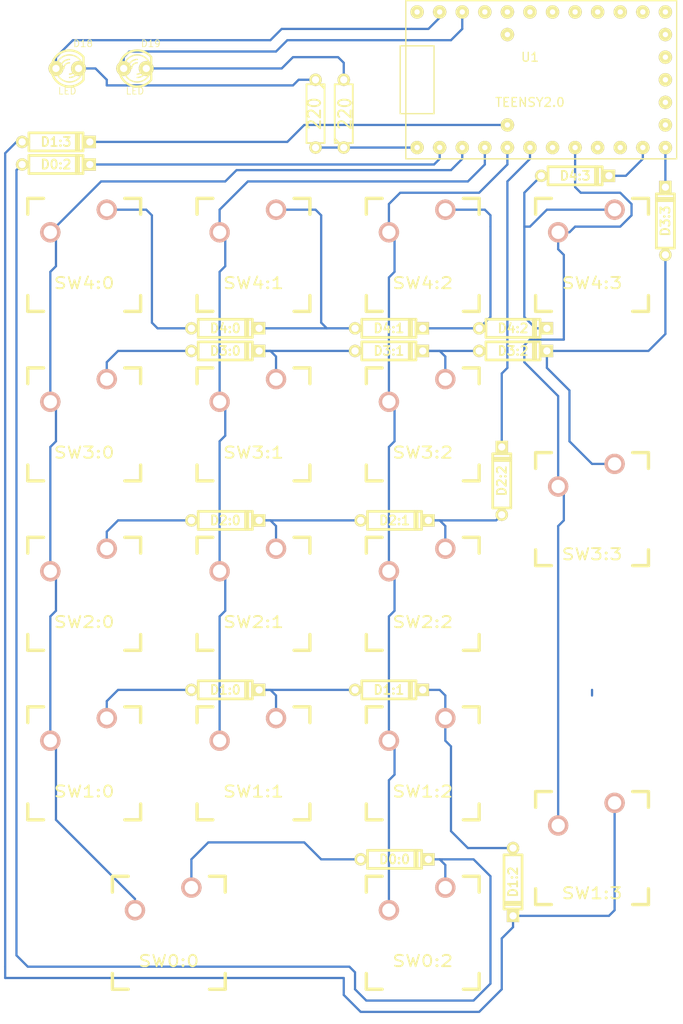
<source format=kicad_pcb>
(kicad_pcb (version 3) (host pcbnew "(2014-jan-25)-product")

  (general
    (links 57)
    (no_connects 0)
    (area 0 0 0 0)
    (thickness 1.6)
    (drawings 0)
    (tracks 235)
    (zones 0)
    (modules 39)
    (nets 51)
  )

  (page A4)
  (layers
    (15 F.Cu signal)
    (0 B.Cu signal)
    (16 B.Adhes user)
    (17 F.Adhes user)
    (18 B.Paste user)
    (19 F.Paste user)
    (20 B.SilkS user)
    (21 F.SilkS user)
    (22 B.Mask user)
    (23 F.Mask user)
    (24 Dwgs.User user)
    (25 Cmts.User user)
    (26 Eco1.User user)
    (27 Eco2.User user)
    (28 Edge.Cuts user)
  )

  (setup
    (last_trace_width 0.254)
    (trace_clearance 0.254)
    (zone_clearance 0.508)
    (zone_45_only no)
    (trace_min 0.254)
    (segment_width 0.2)
    (edge_width 0.1)
    (via_size 0.889)
    (via_drill 0.635)
    (via_min_size 0.889)
    (via_min_drill 0.508)
    (uvia_size 0.508)
    (uvia_drill 0.127)
    (uvias_allowed no)
    (uvia_min_size 0.508)
    (uvia_min_drill 0.127)
    (pcb_text_width 0.3)
    (pcb_text_size 1.5 1.5)
    (mod_edge_width 0.15)
    (mod_text_size 1 1)
    (mod_text_width 0.15)
    (pad_size 1.5 1.5)
    (pad_drill 0.6)
    (pad_to_mask_clearance 0)
    (aux_axis_origin 0 0)
    (visible_elements 7FFFFFFF)
    (pcbplotparams
      (layerselection 3178497)
      (usegerberextensions true)
      (excludeedgelayer true)
      (linewidth 0.150000)
      (plotframeref false)
      (viasonmask false)
      (mode 1)
      (useauxorigin false)
      (hpglpennumber 1)
      (hpglpenspeed 20)
      (hpglpendiameter 15)
      (hpglpenoverlay 2)
      (psnegative false)
      (psa4output false)
      (plotreference true)
      (plotvalue true)
      (plotothertext true)
      (plotinvisibletext false)
      (padsonsilk false)
      (subtractmaskfromsilk false)
      (outputformat 1)
      (mirror false)
      (drillshape 1)
      (scaleselection 1)
      (outputdirectory ""))
  )

  (net 0 "")
  (net 1 "Net-(D0:0-Pad2)")
  (net 2 "Net-(D0:0-Pad1)")
  (net 3 /ROW0)
  (net 4 "Net-(D1:0-Pad2)")
  (net 5 "Net-(D1:0-Pad1)")
  (net 6 "Net-(D1:1-Pad2)")
  (net 7 "Net-(D1:2-Pad2)")
  (net 8 /ROW1)
  (net 9 "Net-(D2:0-Pad2)")
  (net 10 "Net-(D2:0-Pad1)")
  (net 11 "Net-(D2:1-Pad2)")
  (net 12 /ROW2)
  (net 13 "Net-(D3:0-Pad2)")
  (net 14 "Net-(D3:0-Pad1)")
  (net 15 "Net-(D3:1-Pad2)")
  (net 16 "Net-(D3:2-Pad2)")
  (net 17 /ROW3)
  (net 18 "Net-(D4:0-Pad2)")
  (net 19 "Net-(D4:0-Pad1)")
  (net 20 "Net-(D4:1-Pad2)")
  (net 21 "Net-(D4:2-Pad2)")
  (net 22 /ROW4)
  (net 23 /LED_A)
  (net 24 "Net-(D18-Pad2)")
  (net 25 /LED_B)
  (net 26 "Net-(D19-Pad2)")
  (net 27 "Net-(R1-Pad2)")
  (net 28 /COL0)
  (net 29 /COL2)
  (net 30 /COL1)
  (net 31 /COL3)
  (net 32 "Net-(U1-Pad5)")
  (net 33 "Net-(U1-Pad7)")
  (net 34 "Net-(U1-Pad23)")
  (net 35 "Net-(U1-Pad16)")
  (net 36 "Net-(U1-Pad8)")
  (net 37 "Net-(U1-Pad17)")
  (net 38 "Net-(U1-Pad18)")
  (net 39 "Net-(U1-Pad19)")
  (net 40 "Net-(U1-Pad29)")
  (net 41 "Net-(U1-Pad26)")
  (net 42 "Net-(U1-Pad25)")
  (net 43 "Net-(U1-Pad13)")
  (net 44 "Net-(U1-Pad11)")
  (net 45 "Net-(U1-Pad12)")
  (net 46 "Net-(U1-Pad22)")
  (net 47 "Net-(U1-Pad27)")
  (net 48 "Net-(U1-Pad14)")
  (net 49 "Net-(U1-Pad15)")
  (net 50 "Net-(U1-Pad28)")

  (net_class Default "This is the default net class."
    (clearance 0.254)
    (trace_width 0.254)
    (via_dia 0.889)
    (via_drill 0.635)
    (uvia_dia 0.508)
    (uvia_drill 0.127)
    (add_net /COL0)
    (add_net /COL1)
    (add_net /COL2)
    (add_net /COL3)
    (add_net /LED_A)
    (add_net /LED_B)
    (add_net /ROW0)
    (add_net /ROW1)
    (add_net /ROW2)
    (add_net /ROW3)
    (add_net /ROW4)
    (add_net "Net-(D0:0-Pad1)")
    (add_net "Net-(D0:0-Pad2)")
    (add_net "Net-(D18-Pad2)")
    (add_net "Net-(D19-Pad2)")
    (add_net "Net-(D1:0-Pad1)")
    (add_net "Net-(D1:0-Pad2)")
    (add_net "Net-(D1:1-Pad2)")
    (add_net "Net-(D1:2-Pad2)")
    (add_net "Net-(D2:0-Pad1)")
    (add_net "Net-(D2:0-Pad2)")
    (add_net "Net-(D2:1-Pad2)")
    (add_net "Net-(D3:0-Pad1)")
    (add_net "Net-(D3:0-Pad2)")
    (add_net "Net-(D3:1-Pad2)")
    (add_net "Net-(D3:2-Pad2)")
    (add_net "Net-(D4:0-Pad1)")
    (add_net "Net-(D4:0-Pad2)")
    (add_net "Net-(D4:1-Pad2)")
    (add_net "Net-(D4:2-Pad2)")
    (add_net "Net-(R1-Pad2)")
    (add_net "Net-(U1-Pad11)")
    (add_net "Net-(U1-Pad12)")
    (add_net "Net-(U1-Pad13)")
    (add_net "Net-(U1-Pad14)")
    (add_net "Net-(U1-Pad15)")
    (add_net "Net-(U1-Pad16)")
    (add_net "Net-(U1-Pad17)")
    (add_net "Net-(U1-Pad18)")
    (add_net "Net-(U1-Pad19)")
    (add_net "Net-(U1-Pad22)")
    (add_net "Net-(U1-Pad23)")
    (add_net "Net-(U1-Pad25)")
    (add_net "Net-(U1-Pad26)")
    (add_net "Net-(U1-Pad27)")
    (add_net "Net-(U1-Pad28)")
    (add_net "Net-(U1-Pad29)")
    (add_net "Net-(U1-Pad5)")
    (add_net "Net-(U1-Pad7)")
    (add_net "Net-(U1-Pad8)")
  )

  (module Keyboard:TEENSY2_0 (layer F.Cu) (tedit 56FFE794) (tstamp 56FF4944)
    (at 161.29 57.15)
    (path /56FF26A3)
    (fp_text reference U1 (at 0 -2.54) (layer F.SilkS)
      (effects (font (size 1 1) (thickness 0.15)))
    )
    (fp_text value TEENSY2.0 (at 0 2.54) (layer F.SilkS)
      (effects (font (size 1 1) (thickness 0.15)))
    )
    (fp_line (start -14.605 -3.81) (end -14.605 3.81) (layer F.SilkS) (width 0.15))
    (fp_line (start -14.605 3.81) (end -10.795 3.81) (layer F.SilkS) (width 0.15))
    (fp_line (start -10.795 3.81) (end -10.795 -3.81) (layer F.SilkS) (width 0.15))
    (fp_line (start -14.605 -3.81) (end -10.795 -3.81) (layer F.SilkS) (width 0.15))
    (fp_line (start -13.97 -8.89) (end -13.97 8.89) (layer F.SilkS) (width 0.15))
    (fp_line (start -13.97 8.89) (end 16.51 8.89) (layer F.SilkS) (width 0.15))
    (fp_line (start 16.51 8.89) (end 16.51 -8.89) (layer F.SilkS) (width 0.15))
    (fp_line (start 16.51 -8.89) (end -13.97 -8.89) (layer F.SilkS) (width 0.15))
    (pad 0 thru_hole circle (at -10.16 7.62) (size 1.5 1.5) (drill 0.6) (layers *.Cu *.Mask F.SilkS)
      (net 3 /ROW0))
    (pad 1 thru_hole circle (at -7.62 7.62) (size 1.5 1.5) (drill 0.6) (layers *.Cu *.Mask F.SilkS)
      (net 28 /COL0))
    (pad 2 thru_hole circle (at -5.08 7.62) (size 1.5 1.5) (drill 0.6) (layers *.Cu *.Mask F.SilkS)
      (net 30 /COL1))
    (pad 3 thru_hole circle (at -2.54 7.62) (size 1.5 1.5) (drill 0.6) (layers *.Cu *.Mask F.SilkS)
      (net 29 /COL2))
    (pad 4 thru_hole circle (at 0 7.62) (size 1.5 1.5) (drill 0.6) (layers *.Cu *.Mask F.SilkS)
      (net 12 /ROW2))
    (pad 5 thru_hole circle (at 2.54 7.62) (size 1.5 1.5) (drill 0.6) (layers *.Cu *.Mask F.SilkS)
      (net 32 "Net-(U1-Pad5)"))
    (pad 6 thru_hole circle (at 5.08 7.62) (size 1.5 1.5) (drill 0.6) (layers *.Cu *.Mask F.SilkS)
      (net 31 /COL3))
    (pad 7 thru_hole circle (at 7.62 7.62) (size 1.5 1.5) (drill 0.6) (layers *.Cu *.Mask F.SilkS)
      (net 33 "Net-(U1-Pad7)"))
    (pad 8 thru_hole circle (at 10.16 7.62) (size 1.5 1.5) (drill 0.6) (layers *.Cu *.Mask F.SilkS)
      (net 36 "Net-(U1-Pad8)"))
    (pad 9 thru_hole circle (at 12.7 7.62) (size 1.5 1.5) (drill 0.6) (layers *.Cu *.Mask F.SilkS)
      (net 22 /ROW4))
    (pad 10 thru_hole circle (at 15.24 7.62) (size 1.5 1.5) (drill 0.6) (layers *.Cu *.Mask F.SilkS)
      (net 17 /ROW3))
    (pad 23 thru_hole circle (at 15.24 5.08) (size 1.5 1.5) (drill 0.6) (layers *.Cu *.Mask F.SilkS)
      (net 34 "Net-(U1-Pad23)"))
    (pad 27 thru_hole circle (at 15.24 2.54) (size 1.5 1.5) (drill 0.6) (layers *.Cu *.Mask F.SilkS)
      (net 47 "Net-(U1-Pad27)"))
    (pad 29 thru_hole circle (at 15.24 0) (size 1.5 1.5) (drill 0.6) (layers *.Cu *.Mask F.SilkS)
      (net 40 "Net-(U1-Pad29)"))
    (pad 26 thru_hole circle (at 15.24 -2.54) (size 1.5 1.5) (drill 0.6) (layers *.Cu *.Mask F.SilkS)
      (net 41 "Net-(U1-Pad26)"))
    (pad 22 thru_hole circle (at 15.24 -5.08) (size 1.5 1.5) (drill 0.6) (layers *.Cu *.Mask F.SilkS)
      (net 46 "Net-(U1-Pad22)"))
    (pad 11 thru_hole circle (at 15.24 -7.62) (size 1.5 1.5) (drill 0.6) (layers *.Cu *.Mask F.SilkS)
      (net 44 "Net-(U1-Pad11)"))
    (pad 12 thru_hole circle (at 12.7 -7.62) (size 1.5 1.5) (drill 0.6) (layers *.Cu *.Mask F.SilkS)
      (net 45 "Net-(U1-Pad12)"))
    (pad 13 thru_hole circle (at 10.16 -7.62) (size 1.5 1.5) (drill 0.6) (layers *.Cu *.Mask F.SilkS)
      (net 43 "Net-(U1-Pad13)"))
    (pad 14 thru_hole circle (at 7.62 -7.62) (size 1.5 1.5) (drill 0.6) (layers *.Cu *.Mask F.SilkS)
      (net 48 "Net-(U1-Pad14)"))
    (pad 15 thru_hole circle (at 5.08 -7.62) (size 1.5 1.5) (drill 0.6) (layers *.Cu *.Mask F.SilkS)
      (net 49 "Net-(U1-Pad15)"))
    (pad 16 thru_hole circle (at 2.54 -7.62) (size 1.5 1.5) (drill 0.6) (layers *.Cu *.Mask F.SilkS)
      (net 35 "Net-(U1-Pad16)"))
    (pad 17 thru_hole circle (at 0 -7.62) (size 1.5 1.5) (drill 0.6) (layers *.Cu *.Mask F.SilkS)
      (net 37 "Net-(U1-Pad17)"))
    (pad 18 thru_hole circle (at -2.54 -7.62) (size 1.5 1.5) (drill 0.6) (layers *.Cu *.Mask F.SilkS)
      (net 38 "Net-(U1-Pad18)"))
    (pad 19 thru_hole circle (at -5.08 -7.62) (size 1.5 1.5) (drill 0.6) (layers *.Cu *.Mask F.SilkS)
      (net 39 "Net-(U1-Pad19)"))
    (pad 20 thru_hole circle (at -7.62 -7.62) (size 1.5 1.5) (drill 0.6) (layers *.Cu *.Mask F.SilkS)
      (net 25 /LED_B))
    (pad 21 thru_hole circle (at -10.16 -7.62) (size 1.5 1.5) (drill 0.6) (layers *.Cu *.Mask F.SilkS)
      (net 23 /LED_A))
    (pad 28 thru_hole circle (at -12.7 -7.62) (size 1.5 1.5) (drill 0.6) (layers *.Cu *.Mask F.SilkS)
      (net 50 "Net-(U1-Pad28)"))
    (pad 30 thru_hole circle (at -12.7 7.62) (size 1.5 1.5) (drill 0.6) (layers *.Cu *.Mask F.SilkS)
      (net 27 "Net-(R1-Pad2)"))
    (pad 25 thru_hole circle (at -2.54 -5.08) (size 1.5 1.5) (drill 0.6) (layers *.Cu *.Mask F.SilkS)
      (net 42 "Net-(U1-Pad25)"))
    (pad 24 thru_hole circle (at -2.54 5.08) (size 1.5 1.5) (drill 0.6) (layers *.Cu *.Mask F.SilkS)
      (net 8 /ROW1))
  )

  (module Discret:D3 (layer F.Cu) (tedit 56FF35A6) (tstamp 56FF3773)
    (at 146.05 144.78)
    (descr "Diode 3 pas")
    (tags "DIODE DEV")
    (path /56FED0D3)
    (fp_text reference D0:0 (at 0 0) (layer F.SilkS)
      (effects (font (size 1.016 1.016) (thickness 0.2032)))
    )
    (fp_text value DIODE (at 0 0) (layer F.SilkS) hide
      (effects (font (size 1.016 1.016) (thickness 0.2032)))
    )
    (fp_line (start 3.81 0) (end 3.048 0) (layer F.SilkS) (width 0.3048))
    (fp_line (start 3.048 0) (end 3.048 -1.016) (layer F.SilkS) (width 0.3048))
    (fp_line (start 3.048 -1.016) (end -3.048 -1.016) (layer F.SilkS) (width 0.3048))
    (fp_line (start -3.048 -1.016) (end -3.048 0) (layer F.SilkS) (width 0.3048))
    (fp_line (start -3.048 0) (end -3.81 0) (layer F.SilkS) (width 0.3048))
    (fp_line (start -3.048 0) (end -3.048 1.016) (layer F.SilkS) (width 0.3048))
    (fp_line (start -3.048 1.016) (end 3.048 1.016) (layer F.SilkS) (width 0.3048))
    (fp_line (start 3.048 1.016) (end 3.048 0) (layer F.SilkS) (width 0.3048))
    (fp_line (start 2.54 -1.016) (end 2.54 1.016) (layer F.SilkS) (width 0.3048))
    (fp_line (start 2.286 1.016) (end 2.286 -1.016) (layer F.SilkS) (width 0.3048))
    (pad 2 thru_hole rect (at 3.81 0) (size 1.397 1.397) (drill 0.8128) (layers *.Cu *.Mask F.SilkS)
      (net 1 "Net-(D0:0-Pad2)"))
    (pad 1 thru_hole circle (at -3.81 0) (size 1.397 1.397) (drill 0.8128) (layers *.Cu *.Mask F.SilkS)
      (net 2 "Net-(D0:0-Pad1)"))
    (model discret/diode.wrl
      (at (xyz 0 0 0))
      (scale (xyz 0.3 0.3 0.3))
      (rotate (xyz 0 0 0))
    )
  )

  (module Discret:D3 (layer F.Cu) (tedit 56FF353E) (tstamp 56FF3783)
    (at 107.95 66.675)
    (descr "Diode 3 pas")
    (tags "DIODE DEV")
    (path /56FED40B)
    (fp_text reference D0:2 (at 0 0) (layer F.SilkS)
      (effects (font (size 1.016 1.016) (thickness 0.2032)))
    )
    (fp_text value DIODE (at 0 0) (layer F.SilkS) hide
      (effects (font (size 1.016 1.016) (thickness 0.2032)))
    )
    (fp_line (start 3.81 0) (end 3.048 0) (layer F.SilkS) (width 0.3048))
    (fp_line (start 3.048 0) (end 3.048 -1.016) (layer F.SilkS) (width 0.3048))
    (fp_line (start 3.048 -1.016) (end -3.048 -1.016) (layer F.SilkS) (width 0.3048))
    (fp_line (start -3.048 -1.016) (end -3.048 0) (layer F.SilkS) (width 0.3048))
    (fp_line (start -3.048 0) (end -3.81 0) (layer F.SilkS) (width 0.3048))
    (fp_line (start -3.048 0) (end -3.048 1.016) (layer F.SilkS) (width 0.3048))
    (fp_line (start -3.048 1.016) (end 3.048 1.016) (layer F.SilkS) (width 0.3048))
    (fp_line (start 3.048 1.016) (end 3.048 0) (layer F.SilkS) (width 0.3048))
    (fp_line (start 2.54 -1.016) (end 2.54 1.016) (layer F.SilkS) (width 0.3048))
    (fp_line (start 2.286 1.016) (end 2.286 -1.016) (layer F.SilkS) (width 0.3048))
    (pad 2 thru_hole rect (at 3.81 0) (size 1.397 1.397) (drill 0.8128) (layers *.Cu *.Mask F.SilkS)
      (net 3 /ROW0))
    (pad 1 thru_hole circle (at -3.81 0) (size 1.397 1.397) (drill 0.8128) (layers *.Cu *.Mask F.SilkS)
      (net 1 "Net-(D0:0-Pad2)"))
    (model discret/diode.wrl
      (at (xyz 0 0 0))
      (scale (xyz 0.3 0.3 0.3))
      (rotate (xyz 0 0 0))
    )
  )

  (module Discret:D3 (layer F.Cu) (tedit 56FF353E) (tstamp 56FF3793)
    (at 127 125.73)
    (descr "Diode 3 pas")
    (tags "DIODE DEV")
    (path /56FED0C7)
    (fp_text reference D1:0 (at 0 0) (layer F.SilkS)
      (effects (font (size 1.016 1.016) (thickness 0.2032)))
    )
    (fp_text value DIODE (at 0 0) (layer F.SilkS) hide
      (effects (font (size 1.016 1.016) (thickness 0.2032)))
    )
    (fp_line (start 3.81 0) (end 3.048 0) (layer F.SilkS) (width 0.3048))
    (fp_line (start 3.048 0) (end 3.048 -1.016) (layer F.SilkS) (width 0.3048))
    (fp_line (start 3.048 -1.016) (end -3.048 -1.016) (layer F.SilkS) (width 0.3048))
    (fp_line (start -3.048 -1.016) (end -3.048 0) (layer F.SilkS) (width 0.3048))
    (fp_line (start -3.048 0) (end -3.81 0) (layer F.SilkS) (width 0.3048))
    (fp_line (start -3.048 0) (end -3.048 1.016) (layer F.SilkS) (width 0.3048))
    (fp_line (start -3.048 1.016) (end 3.048 1.016) (layer F.SilkS) (width 0.3048))
    (fp_line (start 3.048 1.016) (end 3.048 0) (layer F.SilkS) (width 0.3048))
    (fp_line (start 2.54 -1.016) (end 2.54 1.016) (layer F.SilkS) (width 0.3048))
    (fp_line (start 2.286 1.016) (end 2.286 -1.016) (layer F.SilkS) (width 0.3048))
    (pad 2 thru_hole rect (at 3.81 0) (size 1.397 1.397) (drill 0.8128) (layers *.Cu *.Mask F.SilkS)
      (net 4 "Net-(D1:0-Pad2)"))
    (pad 1 thru_hole circle (at -3.81 0) (size 1.397 1.397) (drill 0.8128) (layers *.Cu *.Mask F.SilkS)
      (net 5 "Net-(D1:0-Pad1)"))
    (model discret/diode.wrl
      (at (xyz 0 0 0))
      (scale (xyz 0.3 0.3 0.3))
      (rotate (xyz 0 0 0))
    )
  )

  (module Discret:D3 (layer F.Cu) (tedit 56FF353E) (tstamp 56FF37A3)
    (at 145.415 125.73)
    (descr "Diode 3 pas")
    (tags "DIODE DEV")
    (path /56FED2BF)
    (fp_text reference D1:1 (at 0 0) (layer F.SilkS)
      (effects (font (size 1.016 1.016) (thickness 0.2032)))
    )
    (fp_text value DIODE (at 0 0) (layer F.SilkS) hide
      (effects (font (size 1.016 1.016) (thickness 0.2032)))
    )
    (fp_line (start 3.81 0) (end 3.048 0) (layer F.SilkS) (width 0.3048))
    (fp_line (start 3.048 0) (end 3.048 -1.016) (layer F.SilkS) (width 0.3048))
    (fp_line (start 3.048 -1.016) (end -3.048 -1.016) (layer F.SilkS) (width 0.3048))
    (fp_line (start -3.048 -1.016) (end -3.048 0) (layer F.SilkS) (width 0.3048))
    (fp_line (start -3.048 0) (end -3.81 0) (layer F.SilkS) (width 0.3048))
    (fp_line (start -3.048 0) (end -3.048 1.016) (layer F.SilkS) (width 0.3048))
    (fp_line (start -3.048 1.016) (end 3.048 1.016) (layer F.SilkS) (width 0.3048))
    (fp_line (start 3.048 1.016) (end 3.048 0) (layer F.SilkS) (width 0.3048))
    (fp_line (start 2.54 -1.016) (end 2.54 1.016) (layer F.SilkS) (width 0.3048))
    (fp_line (start 2.286 1.016) (end 2.286 -1.016) (layer F.SilkS) (width 0.3048))
    (pad 2 thru_hole rect (at 3.81 0) (size 1.397 1.397) (drill 0.8128) (layers *.Cu *.Mask F.SilkS)
      (net 6 "Net-(D1:1-Pad2)"))
    (pad 1 thru_hole circle (at -3.81 0) (size 1.397 1.397) (drill 0.8128) (layers *.Cu *.Mask F.SilkS)
      (net 4 "Net-(D1:0-Pad2)"))
    (model discret/diode.wrl
      (at (xyz 0 0 0))
      (scale (xyz 0.3 0.3 0.3))
      (rotate (xyz 0 0 0))
    )
  )

  (module Discret:D3 (layer F.Cu) (tedit 56FF353E) (tstamp 56FF37B3)
    (at 159.385 147.32 270)
    (descr "Diode 3 pas")
    (tags "DIODE DEV")
    (path /56FED3FF)
    (fp_text reference D1:2 (at 0 0 270) (layer F.SilkS)
      (effects (font (size 1.016 1.016) (thickness 0.2032)))
    )
    (fp_text value DIODE (at 0 0 270) (layer F.SilkS) hide
      (effects (font (size 1.016 1.016) (thickness 0.2032)))
    )
    (fp_line (start 3.81 0) (end 3.048 0) (layer F.SilkS) (width 0.3048))
    (fp_line (start 3.048 0) (end 3.048 -1.016) (layer F.SilkS) (width 0.3048))
    (fp_line (start 3.048 -1.016) (end -3.048 -1.016) (layer F.SilkS) (width 0.3048))
    (fp_line (start -3.048 -1.016) (end -3.048 0) (layer F.SilkS) (width 0.3048))
    (fp_line (start -3.048 0) (end -3.81 0) (layer F.SilkS) (width 0.3048))
    (fp_line (start -3.048 0) (end -3.048 1.016) (layer F.SilkS) (width 0.3048))
    (fp_line (start -3.048 1.016) (end 3.048 1.016) (layer F.SilkS) (width 0.3048))
    (fp_line (start 3.048 1.016) (end 3.048 0) (layer F.SilkS) (width 0.3048))
    (fp_line (start 2.54 -1.016) (end 2.54 1.016) (layer F.SilkS) (width 0.3048))
    (fp_line (start 2.286 1.016) (end 2.286 -1.016) (layer F.SilkS) (width 0.3048))
    (pad 2 thru_hole rect (at 3.81 0 270) (size 1.397 1.397) (drill 0.8128) (layers *.Cu *.Mask F.SilkS)
      (net 7 "Net-(D1:2-Pad2)"))
    (pad 1 thru_hole circle (at -3.81 0 270) (size 1.397 1.397) (drill 0.8128) (layers *.Cu *.Mask F.SilkS)
      (net 6 "Net-(D1:1-Pad2)"))
    (model discret/diode.wrl
      (at (xyz 0 0 0))
      (scale (xyz 0.3 0.3 0.3))
      (rotate (xyz 0 0 0))
    )
  )

  (module Discret:D3 (layer F.Cu) (tedit 56FF367B) (tstamp 56FF37C3)
    (at 107.95 64.135)
    (descr "Diode 3 pas")
    (tags "DIODE DEV")
    (path /56FED5FF)
    (fp_text reference D1:3 (at 0 0) (layer F.SilkS)
      (effects (font (size 1.016 1.016) (thickness 0.2032)))
    )
    (fp_text value DIODE (at 0 0) (layer F.SilkS) hide
      (effects (font (size 1.016 1.016) (thickness 0.2032)))
    )
    (fp_line (start 3.81 0) (end 3.048 0) (layer F.SilkS) (width 0.3048))
    (fp_line (start 3.048 0) (end 3.048 -1.016) (layer F.SilkS) (width 0.3048))
    (fp_line (start 3.048 -1.016) (end -3.048 -1.016) (layer F.SilkS) (width 0.3048))
    (fp_line (start -3.048 -1.016) (end -3.048 0) (layer F.SilkS) (width 0.3048))
    (fp_line (start -3.048 0) (end -3.81 0) (layer F.SilkS) (width 0.3048))
    (fp_line (start -3.048 0) (end -3.048 1.016) (layer F.SilkS) (width 0.3048))
    (fp_line (start -3.048 1.016) (end 3.048 1.016) (layer F.SilkS) (width 0.3048))
    (fp_line (start 3.048 1.016) (end 3.048 0) (layer F.SilkS) (width 0.3048))
    (fp_line (start 2.54 -1.016) (end 2.54 1.016) (layer F.SilkS) (width 0.3048))
    (fp_line (start 2.286 1.016) (end 2.286 -1.016) (layer F.SilkS) (width 0.3048))
    (pad 2 thru_hole rect (at 3.81 0) (size 1.397 1.397) (drill 0.8128) (layers *.Cu *.Mask F.SilkS)
      (net 8 /ROW1))
    (pad 1 thru_hole circle (at -3.81 0) (size 1.397 1.397) (drill 0.8128) (layers *.Cu *.Mask F.SilkS)
      (net 7 "Net-(D1:2-Pad2)"))
    (model discret/diode.wrl
      (at (xyz 0 0 0))
      (scale (xyz 0.3 0.3 0.3))
      (rotate (xyz 0 0 0))
    )
  )

  (module Discret:D3 (layer F.Cu) (tedit 56FF353E) (tstamp 56FF37D3)
    (at 127 106.68)
    (descr "Diode 3 pas")
    (tags "DIODE DEV")
    (path /56FED0BB)
    (fp_text reference D2:0 (at 0 0) (layer F.SilkS)
      (effects (font (size 1.016 1.016) (thickness 0.2032)))
    )
    (fp_text value DIODE (at 0 0) (layer F.SilkS) hide
      (effects (font (size 1.016 1.016) (thickness 0.2032)))
    )
    (fp_line (start 3.81 0) (end 3.048 0) (layer F.SilkS) (width 0.3048))
    (fp_line (start 3.048 0) (end 3.048 -1.016) (layer F.SilkS) (width 0.3048))
    (fp_line (start 3.048 -1.016) (end -3.048 -1.016) (layer F.SilkS) (width 0.3048))
    (fp_line (start -3.048 -1.016) (end -3.048 0) (layer F.SilkS) (width 0.3048))
    (fp_line (start -3.048 0) (end -3.81 0) (layer F.SilkS) (width 0.3048))
    (fp_line (start -3.048 0) (end -3.048 1.016) (layer F.SilkS) (width 0.3048))
    (fp_line (start -3.048 1.016) (end 3.048 1.016) (layer F.SilkS) (width 0.3048))
    (fp_line (start 3.048 1.016) (end 3.048 0) (layer F.SilkS) (width 0.3048))
    (fp_line (start 2.54 -1.016) (end 2.54 1.016) (layer F.SilkS) (width 0.3048))
    (fp_line (start 2.286 1.016) (end 2.286 -1.016) (layer F.SilkS) (width 0.3048))
    (pad 2 thru_hole rect (at 3.81 0) (size 1.397 1.397) (drill 0.8128) (layers *.Cu *.Mask F.SilkS)
      (net 9 "Net-(D2:0-Pad2)"))
    (pad 1 thru_hole circle (at -3.81 0) (size 1.397 1.397) (drill 0.8128) (layers *.Cu *.Mask F.SilkS)
      (net 10 "Net-(D2:0-Pad1)"))
    (model discret/diode.wrl
      (at (xyz 0 0 0))
      (scale (xyz 0.3 0.3 0.3))
      (rotate (xyz 0 0 0))
    )
  )

  (module Discret:D3 (layer F.Cu) (tedit 56FF353E) (tstamp 56FF37E3)
    (at 146.05 106.68)
    (descr "Diode 3 pas")
    (tags "DIODE DEV")
    (path /56FED2B3)
    (fp_text reference D2:1 (at 0 0) (layer F.SilkS)
      (effects (font (size 1.016 1.016) (thickness 0.2032)))
    )
    (fp_text value DIODE (at 0 0) (layer F.SilkS) hide
      (effects (font (size 1.016 1.016) (thickness 0.2032)))
    )
    (fp_line (start 3.81 0) (end 3.048 0) (layer F.SilkS) (width 0.3048))
    (fp_line (start 3.048 0) (end 3.048 -1.016) (layer F.SilkS) (width 0.3048))
    (fp_line (start 3.048 -1.016) (end -3.048 -1.016) (layer F.SilkS) (width 0.3048))
    (fp_line (start -3.048 -1.016) (end -3.048 0) (layer F.SilkS) (width 0.3048))
    (fp_line (start -3.048 0) (end -3.81 0) (layer F.SilkS) (width 0.3048))
    (fp_line (start -3.048 0) (end -3.048 1.016) (layer F.SilkS) (width 0.3048))
    (fp_line (start -3.048 1.016) (end 3.048 1.016) (layer F.SilkS) (width 0.3048))
    (fp_line (start 3.048 1.016) (end 3.048 0) (layer F.SilkS) (width 0.3048))
    (fp_line (start 2.54 -1.016) (end 2.54 1.016) (layer F.SilkS) (width 0.3048))
    (fp_line (start 2.286 1.016) (end 2.286 -1.016) (layer F.SilkS) (width 0.3048))
    (pad 2 thru_hole rect (at 3.81 0) (size 1.397 1.397) (drill 0.8128) (layers *.Cu *.Mask F.SilkS)
      (net 11 "Net-(D2:1-Pad2)"))
    (pad 1 thru_hole circle (at -3.81 0) (size 1.397 1.397) (drill 0.8128) (layers *.Cu *.Mask F.SilkS)
      (net 9 "Net-(D2:0-Pad2)"))
    (model discret/diode.wrl
      (at (xyz 0 0 0))
      (scale (xyz 0.3 0.3 0.3))
      (rotate (xyz 0 0 0))
    )
  )

  (module Discret:D3 (layer F.Cu) (tedit 56FF353E) (tstamp 56FF37F3)
    (at 158.115 102.235 90)
    (descr "Diode 3 pas")
    (tags "DIODE DEV")
    (path /56FED3F3)
    (fp_text reference D2:2 (at 0 0 90) (layer F.SilkS)
      (effects (font (size 1.016 1.016) (thickness 0.2032)))
    )
    (fp_text value DIODE (at 0 0 90) (layer F.SilkS) hide
      (effects (font (size 1.016 1.016) (thickness 0.2032)))
    )
    (fp_line (start 3.81 0) (end 3.048 0) (layer F.SilkS) (width 0.3048))
    (fp_line (start 3.048 0) (end 3.048 -1.016) (layer F.SilkS) (width 0.3048))
    (fp_line (start 3.048 -1.016) (end -3.048 -1.016) (layer F.SilkS) (width 0.3048))
    (fp_line (start -3.048 -1.016) (end -3.048 0) (layer F.SilkS) (width 0.3048))
    (fp_line (start -3.048 0) (end -3.81 0) (layer F.SilkS) (width 0.3048))
    (fp_line (start -3.048 0) (end -3.048 1.016) (layer F.SilkS) (width 0.3048))
    (fp_line (start -3.048 1.016) (end 3.048 1.016) (layer F.SilkS) (width 0.3048))
    (fp_line (start 3.048 1.016) (end 3.048 0) (layer F.SilkS) (width 0.3048))
    (fp_line (start 2.54 -1.016) (end 2.54 1.016) (layer F.SilkS) (width 0.3048))
    (fp_line (start 2.286 1.016) (end 2.286 -1.016) (layer F.SilkS) (width 0.3048))
    (pad 2 thru_hole rect (at 3.81 0 90) (size 1.397 1.397) (drill 0.8128) (layers *.Cu *.Mask F.SilkS)
      (net 12 /ROW2))
    (pad 1 thru_hole circle (at -3.81 0 90) (size 1.397 1.397) (drill 0.8128) (layers *.Cu *.Mask F.SilkS)
      (net 11 "Net-(D2:1-Pad2)"))
    (model discret/diode.wrl
      (at (xyz 0 0 0))
      (scale (xyz 0.3 0.3 0.3))
      (rotate (xyz 0 0 0))
    )
  )

  (module Discret:D3 (layer F.Cu) (tedit 56FF353E) (tstamp 56FF3803)
    (at 127 87.63)
    (descr "Diode 3 pas")
    (tags "DIODE DEV")
    (path /56FED0A6)
    (fp_text reference D3:0 (at 0 0) (layer F.SilkS)
      (effects (font (size 1.016 1.016) (thickness 0.2032)))
    )
    (fp_text value DIODE (at 0 0) (layer F.SilkS) hide
      (effects (font (size 1.016 1.016) (thickness 0.2032)))
    )
    (fp_line (start 3.81 0) (end 3.048 0) (layer F.SilkS) (width 0.3048))
    (fp_line (start 3.048 0) (end 3.048 -1.016) (layer F.SilkS) (width 0.3048))
    (fp_line (start 3.048 -1.016) (end -3.048 -1.016) (layer F.SilkS) (width 0.3048))
    (fp_line (start -3.048 -1.016) (end -3.048 0) (layer F.SilkS) (width 0.3048))
    (fp_line (start -3.048 0) (end -3.81 0) (layer F.SilkS) (width 0.3048))
    (fp_line (start -3.048 0) (end -3.048 1.016) (layer F.SilkS) (width 0.3048))
    (fp_line (start -3.048 1.016) (end 3.048 1.016) (layer F.SilkS) (width 0.3048))
    (fp_line (start 3.048 1.016) (end 3.048 0) (layer F.SilkS) (width 0.3048))
    (fp_line (start 2.54 -1.016) (end 2.54 1.016) (layer F.SilkS) (width 0.3048))
    (fp_line (start 2.286 1.016) (end 2.286 -1.016) (layer F.SilkS) (width 0.3048))
    (pad 2 thru_hole rect (at 3.81 0) (size 1.397 1.397) (drill 0.8128) (layers *.Cu *.Mask F.SilkS)
      (net 13 "Net-(D3:0-Pad2)"))
    (pad 1 thru_hole circle (at -3.81 0) (size 1.397 1.397) (drill 0.8128) (layers *.Cu *.Mask F.SilkS)
      (net 14 "Net-(D3:0-Pad1)"))
    (model discret/diode.wrl
      (at (xyz 0 0 0))
      (scale (xyz 0.3 0.3 0.3))
      (rotate (xyz 0 0 0))
    )
  )

  (module Discret:D3 (layer F.Cu) (tedit 56FF353E) (tstamp 56FF3813)
    (at 145.415 87.63)
    (descr "Diode 3 pas")
    (tags "DIODE DEV")
    (path /56FED2A7)
    (fp_text reference D3:1 (at 0 0) (layer F.SilkS)
      (effects (font (size 1.016 1.016) (thickness 0.2032)))
    )
    (fp_text value DIODE (at 0 0) (layer F.SilkS) hide
      (effects (font (size 1.016 1.016) (thickness 0.2032)))
    )
    (fp_line (start 3.81 0) (end 3.048 0) (layer F.SilkS) (width 0.3048))
    (fp_line (start 3.048 0) (end 3.048 -1.016) (layer F.SilkS) (width 0.3048))
    (fp_line (start 3.048 -1.016) (end -3.048 -1.016) (layer F.SilkS) (width 0.3048))
    (fp_line (start -3.048 -1.016) (end -3.048 0) (layer F.SilkS) (width 0.3048))
    (fp_line (start -3.048 0) (end -3.81 0) (layer F.SilkS) (width 0.3048))
    (fp_line (start -3.048 0) (end -3.048 1.016) (layer F.SilkS) (width 0.3048))
    (fp_line (start -3.048 1.016) (end 3.048 1.016) (layer F.SilkS) (width 0.3048))
    (fp_line (start 3.048 1.016) (end 3.048 0) (layer F.SilkS) (width 0.3048))
    (fp_line (start 2.54 -1.016) (end 2.54 1.016) (layer F.SilkS) (width 0.3048))
    (fp_line (start 2.286 1.016) (end 2.286 -1.016) (layer F.SilkS) (width 0.3048))
    (pad 2 thru_hole rect (at 3.81 0) (size 1.397 1.397) (drill 0.8128) (layers *.Cu *.Mask F.SilkS)
      (net 15 "Net-(D3:1-Pad2)"))
    (pad 1 thru_hole circle (at -3.81 0) (size 1.397 1.397) (drill 0.8128) (layers *.Cu *.Mask F.SilkS)
      (net 13 "Net-(D3:0-Pad2)"))
    (model discret/diode.wrl
      (at (xyz 0 0 0))
      (scale (xyz 0.3 0.3 0.3))
      (rotate (xyz 0 0 0))
    )
  )

  (module Discret:D3 (layer F.Cu) (tedit 56FF353E) (tstamp 56FF3823)
    (at 159.385 87.63)
    (descr "Diode 3 pas")
    (tags "DIODE DEV")
    (path /56FED3E7)
    (fp_text reference D3:2 (at 0 0) (layer F.SilkS)
      (effects (font (size 1.016 1.016) (thickness 0.2032)))
    )
    (fp_text value DIODE (at 0 0) (layer F.SilkS) hide
      (effects (font (size 1.016 1.016) (thickness 0.2032)))
    )
    (fp_line (start 3.81 0) (end 3.048 0) (layer F.SilkS) (width 0.3048))
    (fp_line (start 3.048 0) (end 3.048 -1.016) (layer F.SilkS) (width 0.3048))
    (fp_line (start 3.048 -1.016) (end -3.048 -1.016) (layer F.SilkS) (width 0.3048))
    (fp_line (start -3.048 -1.016) (end -3.048 0) (layer F.SilkS) (width 0.3048))
    (fp_line (start -3.048 0) (end -3.81 0) (layer F.SilkS) (width 0.3048))
    (fp_line (start -3.048 0) (end -3.048 1.016) (layer F.SilkS) (width 0.3048))
    (fp_line (start -3.048 1.016) (end 3.048 1.016) (layer F.SilkS) (width 0.3048))
    (fp_line (start 3.048 1.016) (end 3.048 0) (layer F.SilkS) (width 0.3048))
    (fp_line (start 2.54 -1.016) (end 2.54 1.016) (layer F.SilkS) (width 0.3048))
    (fp_line (start 2.286 1.016) (end 2.286 -1.016) (layer F.SilkS) (width 0.3048))
    (pad 2 thru_hole rect (at 3.81 0) (size 1.397 1.397) (drill 0.8128) (layers *.Cu *.Mask F.SilkS)
      (net 16 "Net-(D3:2-Pad2)"))
    (pad 1 thru_hole circle (at -3.81 0) (size 1.397 1.397) (drill 0.8128) (layers *.Cu *.Mask F.SilkS)
      (net 15 "Net-(D3:1-Pad2)"))
    (model discret/diode.wrl
      (at (xyz 0 0 0))
      (scale (xyz 0.3 0.3 0.3))
      (rotate (xyz 0 0 0))
    )
  )

  (module Discret:D3 (layer F.Cu) (tedit 56FF353E) (tstamp 56FF3833)
    (at 176.53 73.025 90)
    (descr "Diode 3 pas")
    (tags "DIODE DEV")
    (path /56FED5E7)
    (fp_text reference D3:3 (at 0 0 90) (layer F.SilkS)
      (effects (font (size 1.016 1.016) (thickness 0.2032)))
    )
    (fp_text value DIODE (at 0 0 90) (layer F.SilkS) hide
      (effects (font (size 1.016 1.016) (thickness 0.2032)))
    )
    (fp_line (start 3.81 0) (end 3.048 0) (layer F.SilkS) (width 0.3048))
    (fp_line (start 3.048 0) (end 3.048 -1.016) (layer F.SilkS) (width 0.3048))
    (fp_line (start 3.048 -1.016) (end -3.048 -1.016) (layer F.SilkS) (width 0.3048))
    (fp_line (start -3.048 -1.016) (end -3.048 0) (layer F.SilkS) (width 0.3048))
    (fp_line (start -3.048 0) (end -3.81 0) (layer F.SilkS) (width 0.3048))
    (fp_line (start -3.048 0) (end -3.048 1.016) (layer F.SilkS) (width 0.3048))
    (fp_line (start -3.048 1.016) (end 3.048 1.016) (layer F.SilkS) (width 0.3048))
    (fp_line (start 3.048 1.016) (end 3.048 0) (layer F.SilkS) (width 0.3048))
    (fp_line (start 2.54 -1.016) (end 2.54 1.016) (layer F.SilkS) (width 0.3048))
    (fp_line (start 2.286 1.016) (end 2.286 -1.016) (layer F.SilkS) (width 0.3048))
    (pad 2 thru_hole rect (at 3.81 0 90) (size 1.397 1.397) (drill 0.8128) (layers *.Cu *.Mask F.SilkS)
      (net 17 /ROW3))
    (pad 1 thru_hole circle (at -3.81 0 90) (size 1.397 1.397) (drill 0.8128) (layers *.Cu *.Mask F.SilkS)
      (net 16 "Net-(D3:2-Pad2)"))
    (model discret/diode.wrl
      (at (xyz 0 0 0))
      (scale (xyz 0.3 0.3 0.3))
      (rotate (xyz 0 0 0))
    )
  )

  (module Discret:D3 (layer F.Cu) (tedit 56FF353E) (tstamp 5703F6AA)
    (at 127 85.09)
    (descr "Diode 3 pas")
    (tags "DIODE DEV")
    (path /56FED088)
    (fp_text reference D4:0 (at 0 0) (layer F.SilkS)
      (effects (font (size 1.016 1.016) (thickness 0.2032)))
    )
    (fp_text value DIODE (at 0 0) (layer F.SilkS) hide
      (effects (font (size 1.016 1.016) (thickness 0.2032)))
    )
    (fp_line (start 3.81 0) (end 3.048 0) (layer F.SilkS) (width 0.3048))
    (fp_line (start 3.048 0) (end 3.048 -1.016) (layer F.SilkS) (width 0.3048))
    (fp_line (start 3.048 -1.016) (end -3.048 -1.016) (layer F.SilkS) (width 0.3048))
    (fp_line (start -3.048 -1.016) (end -3.048 0) (layer F.SilkS) (width 0.3048))
    (fp_line (start -3.048 0) (end -3.81 0) (layer F.SilkS) (width 0.3048))
    (fp_line (start -3.048 0) (end -3.048 1.016) (layer F.SilkS) (width 0.3048))
    (fp_line (start -3.048 1.016) (end 3.048 1.016) (layer F.SilkS) (width 0.3048))
    (fp_line (start 3.048 1.016) (end 3.048 0) (layer F.SilkS) (width 0.3048))
    (fp_line (start 2.54 -1.016) (end 2.54 1.016) (layer F.SilkS) (width 0.3048))
    (fp_line (start 2.286 1.016) (end 2.286 -1.016) (layer F.SilkS) (width 0.3048))
    (pad 2 thru_hole rect (at 3.81 0) (size 1.397 1.397) (drill 0.8128) (layers *.Cu *.Mask F.SilkS)
      (net 18 "Net-(D4:0-Pad2)"))
    (pad 1 thru_hole circle (at -3.81 0) (size 1.397 1.397) (drill 0.8128) (layers *.Cu *.Mask F.SilkS)
      (net 19 "Net-(D4:0-Pad1)"))
    (model discret/diode.wrl
      (at (xyz 0 0 0))
      (scale (xyz 0.3 0.3 0.3))
      (rotate (xyz 0 0 0))
    )
  )

  (module Discret:D3 (layer F.Cu) (tedit 56FF353E) (tstamp 56FF3853)
    (at 145.415 85.09)
    (descr "Diode 3 pas")
    (tags "DIODE DEV")
    (path /56FED29B)
    (fp_text reference D4:1 (at 0 0) (layer F.SilkS)
      (effects (font (size 1.016 1.016) (thickness 0.2032)))
    )
    (fp_text value DIODE (at 0 0) (layer F.SilkS) hide
      (effects (font (size 1.016 1.016) (thickness 0.2032)))
    )
    (fp_line (start 3.81 0) (end 3.048 0) (layer F.SilkS) (width 0.3048))
    (fp_line (start 3.048 0) (end 3.048 -1.016) (layer F.SilkS) (width 0.3048))
    (fp_line (start 3.048 -1.016) (end -3.048 -1.016) (layer F.SilkS) (width 0.3048))
    (fp_line (start -3.048 -1.016) (end -3.048 0) (layer F.SilkS) (width 0.3048))
    (fp_line (start -3.048 0) (end -3.81 0) (layer F.SilkS) (width 0.3048))
    (fp_line (start -3.048 0) (end -3.048 1.016) (layer F.SilkS) (width 0.3048))
    (fp_line (start -3.048 1.016) (end 3.048 1.016) (layer F.SilkS) (width 0.3048))
    (fp_line (start 3.048 1.016) (end 3.048 0) (layer F.SilkS) (width 0.3048))
    (fp_line (start 2.54 -1.016) (end 2.54 1.016) (layer F.SilkS) (width 0.3048))
    (fp_line (start 2.286 1.016) (end 2.286 -1.016) (layer F.SilkS) (width 0.3048))
    (pad 2 thru_hole rect (at 3.81 0) (size 1.397 1.397) (drill 0.8128) (layers *.Cu *.Mask F.SilkS)
      (net 20 "Net-(D4:1-Pad2)"))
    (pad 1 thru_hole circle (at -3.81 0) (size 1.397 1.397) (drill 0.8128) (layers *.Cu *.Mask F.SilkS)
      (net 18 "Net-(D4:0-Pad2)"))
    (model discret/diode.wrl
      (at (xyz 0 0 0))
      (scale (xyz 0.3 0.3 0.3))
      (rotate (xyz 0 0 0))
    )
  )

  (module Discret:D3 (layer F.Cu) (tedit 56FF353E) (tstamp 56FF3863)
    (at 159.385 85.09)
    (descr "Diode 3 pas")
    (tags "DIODE DEV")
    (path /56FED3DB)
    (fp_text reference D4:2 (at 0 0) (layer F.SilkS)
      (effects (font (size 1.016 1.016) (thickness 0.2032)))
    )
    (fp_text value DIODE (at 0 0) (layer F.SilkS) hide
      (effects (font (size 1.016 1.016) (thickness 0.2032)))
    )
    (fp_line (start 3.81 0) (end 3.048 0) (layer F.SilkS) (width 0.3048))
    (fp_line (start 3.048 0) (end 3.048 -1.016) (layer F.SilkS) (width 0.3048))
    (fp_line (start 3.048 -1.016) (end -3.048 -1.016) (layer F.SilkS) (width 0.3048))
    (fp_line (start -3.048 -1.016) (end -3.048 0) (layer F.SilkS) (width 0.3048))
    (fp_line (start -3.048 0) (end -3.81 0) (layer F.SilkS) (width 0.3048))
    (fp_line (start -3.048 0) (end -3.048 1.016) (layer F.SilkS) (width 0.3048))
    (fp_line (start -3.048 1.016) (end 3.048 1.016) (layer F.SilkS) (width 0.3048))
    (fp_line (start 3.048 1.016) (end 3.048 0) (layer F.SilkS) (width 0.3048))
    (fp_line (start 2.54 -1.016) (end 2.54 1.016) (layer F.SilkS) (width 0.3048))
    (fp_line (start 2.286 1.016) (end 2.286 -1.016) (layer F.SilkS) (width 0.3048))
    (pad 2 thru_hole rect (at 3.81 0) (size 1.397 1.397) (drill 0.8128) (layers *.Cu *.Mask F.SilkS)
      (net 21 "Net-(D4:2-Pad2)"))
    (pad 1 thru_hole circle (at -3.81 0) (size 1.397 1.397) (drill 0.8128) (layers *.Cu *.Mask F.SilkS)
      (net 20 "Net-(D4:1-Pad2)"))
    (model discret/diode.wrl
      (at (xyz 0 0 0))
      (scale (xyz 0.3 0.3 0.3))
      (rotate (xyz 0 0 0))
    )
  )

  (module Discret:D3 (layer F.Cu) (tedit 56FF353E) (tstamp 56FF3873)
    (at 166.37 67.945)
    (descr "Diode 3 pas")
    (tags "DIODE DEV")
    (path /56FED5DB)
    (fp_text reference D4:3 (at 0 0) (layer F.SilkS)
      (effects (font (size 1.016 1.016) (thickness 0.2032)))
    )
    (fp_text value DIODE (at 0 0) (layer F.SilkS) hide
      (effects (font (size 1.016 1.016) (thickness 0.2032)))
    )
    (fp_line (start 3.81 0) (end 3.048 0) (layer F.SilkS) (width 0.3048))
    (fp_line (start 3.048 0) (end 3.048 -1.016) (layer F.SilkS) (width 0.3048))
    (fp_line (start 3.048 -1.016) (end -3.048 -1.016) (layer F.SilkS) (width 0.3048))
    (fp_line (start -3.048 -1.016) (end -3.048 0) (layer F.SilkS) (width 0.3048))
    (fp_line (start -3.048 0) (end -3.81 0) (layer F.SilkS) (width 0.3048))
    (fp_line (start -3.048 0) (end -3.048 1.016) (layer F.SilkS) (width 0.3048))
    (fp_line (start -3.048 1.016) (end 3.048 1.016) (layer F.SilkS) (width 0.3048))
    (fp_line (start 3.048 1.016) (end 3.048 0) (layer F.SilkS) (width 0.3048))
    (fp_line (start 2.54 -1.016) (end 2.54 1.016) (layer F.SilkS) (width 0.3048))
    (fp_line (start 2.286 1.016) (end 2.286 -1.016) (layer F.SilkS) (width 0.3048))
    (pad 2 thru_hole rect (at 3.81 0) (size 1.397 1.397) (drill 0.8128) (layers *.Cu *.Mask F.SilkS)
      (net 22 /ROW4))
    (pad 1 thru_hole circle (at -3.81 0) (size 1.397 1.397) (drill 0.8128) (layers *.Cu *.Mask F.SilkS)
      (net 21 "Net-(D4:2-Pad2)"))
    (model discret/diode.wrl
      (at (xyz 0 0 0))
      (scale (xyz 0.3 0.3 0.3))
      (rotate (xyz 0 0 0))
    )
  )

  (module LEDs:LED-3MM (layer F.Cu) (tedit 56FF353D) (tstamp 56FF388C)
    (at 109.22 55.88)
    (descr "LED 3mm - Lead pitch 100mil (2,54mm)")
    (tags "LED led 3mm 3MM 100mil 2,54mm")
    (path /56FF27A7)
    (fp_text reference D18 (at 1.778 -2.794) (layer F.SilkS)
      (effects (font (size 0.762 0.762) (thickness 0.0889)))
    )
    (fp_text value LED (at 0 2.54) (layer F.SilkS)
      (effects (font (size 0.762 0.762) (thickness 0.0889)))
    )
    (fp_line (start 1.8288 1.27) (end 1.8288 -1.27) (layer F.SilkS) (width 0.254))
    (fp_arc (start 0.254 0) (end -1.27 0) (angle 39.8) (layer F.SilkS) (width 0.1524))
    (fp_arc (start 0.254 0) (end -0.88392 1.01092) (angle 41.6) (layer F.SilkS) (width 0.1524))
    (fp_arc (start 0.254 0) (end 1.4097 -0.9906) (angle 40.6) (layer F.SilkS) (width 0.1524))
    (fp_arc (start 0.254 0) (end 1.778 0) (angle 39.8) (layer F.SilkS) (width 0.1524))
    (fp_arc (start 0.254 0) (end 0.254 -1.524) (angle 54.4) (layer F.SilkS) (width 0.1524))
    (fp_arc (start 0.254 0) (end -0.9652 -0.9144) (angle 53.1) (layer F.SilkS) (width 0.1524))
    (fp_arc (start 0.254 0) (end 1.45542 0.93472) (angle 52.1) (layer F.SilkS) (width 0.1524))
    (fp_arc (start 0.254 0) (end 0.254 1.524) (angle 52.1) (layer F.SilkS) (width 0.1524))
    (fp_arc (start 0.254 0) (end -0.381 0) (angle 90) (layer F.SilkS) (width 0.1524))
    (fp_arc (start 0.254 0) (end -0.762 0) (angle 90) (layer F.SilkS) (width 0.1524))
    (fp_arc (start 0.254 0) (end 0.889 0) (angle 90) (layer F.SilkS) (width 0.1524))
    (fp_arc (start 0.254 0) (end 1.27 0) (angle 90) (layer F.SilkS) (width 0.1524))
    (fp_arc (start 0.254 0) (end 0.254 -2.032) (angle 50.1) (layer F.SilkS) (width 0.254))
    (fp_arc (start 0.254 0) (end -1.5367 -0.95504) (angle 61.9) (layer F.SilkS) (width 0.254))
    (fp_arc (start 0.254 0) (end 1.8034 1.31064) (angle 49.7) (layer F.SilkS) (width 0.254))
    (fp_arc (start 0.254 0) (end 0.254 2.032) (angle 60.2) (layer F.SilkS) (width 0.254))
    (fp_arc (start 0.254 0) (end -1.778 0) (angle 28.3) (layer F.SilkS) (width 0.254))
    (fp_arc (start 0.254 0) (end -1.47574 1.06426) (angle 31.6) (layer F.SilkS) (width 0.254))
    (pad 1 thru_hole circle (at -1.27 0) (size 1.6764 1.6764) (drill 0.8128) (layers *.Cu *.Mask F.SilkS)
      (net 23 /LED_A))
    (pad 2 thru_hole circle (at 1.27 0) (size 1.6764 1.6764) (drill 0.8128) (layers *.Cu *.Mask F.SilkS)
      (net 24 "Net-(D18-Pad2)"))
    (model discret/leds/led3_vertical_verde.wrl
      (at (xyz 0 0 0))
      (scale (xyz 1 1 1))
      (rotate (xyz 0 0 0))
    )
  )

  (module LEDs:LED-3MM (layer F.Cu) (tedit 56FF353D) (tstamp 56FF38A5)
    (at 116.84 55.88)
    (descr "LED 3mm - Lead pitch 100mil (2,54mm)")
    (tags "LED led 3mm 3MM 100mil 2,54mm")
    (path /56FF27BB)
    (fp_text reference D19 (at 1.778 -2.794) (layer F.SilkS)
      (effects (font (size 0.762 0.762) (thickness 0.0889)))
    )
    (fp_text value LED (at 0 2.54) (layer F.SilkS)
      (effects (font (size 0.762 0.762) (thickness 0.0889)))
    )
    (fp_line (start 1.8288 1.27) (end 1.8288 -1.27) (layer F.SilkS) (width 0.254))
    (fp_arc (start 0.254 0) (end -1.27 0) (angle 39.8) (layer F.SilkS) (width 0.1524))
    (fp_arc (start 0.254 0) (end -0.88392 1.01092) (angle 41.6) (layer F.SilkS) (width 0.1524))
    (fp_arc (start 0.254 0) (end 1.4097 -0.9906) (angle 40.6) (layer F.SilkS) (width 0.1524))
    (fp_arc (start 0.254 0) (end 1.778 0) (angle 39.8) (layer F.SilkS) (width 0.1524))
    (fp_arc (start 0.254 0) (end 0.254 -1.524) (angle 54.4) (layer F.SilkS) (width 0.1524))
    (fp_arc (start 0.254 0) (end -0.9652 -0.9144) (angle 53.1) (layer F.SilkS) (width 0.1524))
    (fp_arc (start 0.254 0) (end 1.45542 0.93472) (angle 52.1) (layer F.SilkS) (width 0.1524))
    (fp_arc (start 0.254 0) (end 0.254 1.524) (angle 52.1) (layer F.SilkS) (width 0.1524))
    (fp_arc (start 0.254 0) (end -0.381 0) (angle 90) (layer F.SilkS) (width 0.1524))
    (fp_arc (start 0.254 0) (end -0.762 0) (angle 90) (layer F.SilkS) (width 0.1524))
    (fp_arc (start 0.254 0) (end 0.889 0) (angle 90) (layer F.SilkS) (width 0.1524))
    (fp_arc (start 0.254 0) (end 1.27 0) (angle 90) (layer F.SilkS) (width 0.1524))
    (fp_arc (start 0.254 0) (end 0.254 -2.032) (angle 50.1) (layer F.SilkS) (width 0.254))
    (fp_arc (start 0.254 0) (end -1.5367 -0.95504) (angle 61.9) (layer F.SilkS) (width 0.254))
    (fp_arc (start 0.254 0) (end 1.8034 1.31064) (angle 49.7) (layer F.SilkS) (width 0.254))
    (fp_arc (start 0.254 0) (end 0.254 2.032) (angle 60.2) (layer F.SilkS) (width 0.254))
    (fp_arc (start 0.254 0) (end -1.778 0) (angle 28.3) (layer F.SilkS) (width 0.254))
    (fp_arc (start 0.254 0) (end -1.47574 1.06426) (angle 31.6) (layer F.SilkS) (width 0.254))
    (pad 1 thru_hole circle (at -1.27 0) (size 1.6764 1.6764) (drill 0.8128) (layers *.Cu *.Mask F.SilkS)
      (net 25 /LED_B))
    (pad 2 thru_hole circle (at 1.27 0) (size 1.6764 1.6764) (drill 0.8128) (layers *.Cu *.Mask F.SilkS)
      (net 26 "Net-(D19-Pad2)"))
    (model discret/leds/led3_vertical_verde.wrl
      (at (xyz 0 0 0))
      (scale (xyz 1 1 1))
      (rotate (xyz 0 0 0))
    )
  )

  (module Discret:R3 (layer F.Cu) (tedit 56FF353E) (tstamp 5703E9F0)
    (at 137.16 60.96 270)
    (descr "Resitance 3 pas")
    (tags R)
    (path /56FF27CF)
    (autoplace_cost180 10)
    (fp_text reference R1 (at 0 0.127 270) (layer F.SilkS) hide
      (effects (font (size 1.397 1.27) (thickness 0.2032)))
    )
    (fp_text value 220 (at 0 0.127 270) (layer F.SilkS)
      (effects (font (size 1.397 1.27) (thickness 0.2032)))
    )
    (fp_line (start -3.81 0) (end -3.302 0) (layer F.SilkS) (width 0.2032))
    (fp_line (start 3.81 0) (end 3.302 0) (layer F.SilkS) (width 0.2032))
    (fp_line (start 3.302 0) (end 3.302 -1.016) (layer F.SilkS) (width 0.2032))
    (fp_line (start 3.302 -1.016) (end -3.302 -1.016) (layer F.SilkS) (width 0.2032))
    (fp_line (start -3.302 -1.016) (end -3.302 1.016) (layer F.SilkS) (width 0.2032))
    (fp_line (start -3.302 1.016) (end 3.302 1.016) (layer F.SilkS) (width 0.2032))
    (fp_line (start 3.302 1.016) (end 3.302 0) (layer F.SilkS) (width 0.2032))
    (fp_line (start -3.302 -0.508) (end -2.794 -1.016) (layer F.SilkS) (width 0.2032))
    (pad 1 thru_hole circle (at -3.81 0 270) (size 1.397 1.397) (drill 0.8128) (layers *.Cu *.Mask F.SilkS)
      (net 24 "Net-(D18-Pad2)"))
    (pad 2 thru_hole circle (at 3.81 0 270) (size 1.397 1.397) (drill 0.8128) (layers *.Cu *.Mask F.SilkS)
      (net 27 "Net-(R1-Pad2)"))
    (model discret/resistor.wrl
      (at (xyz 0 0 0))
      (scale (xyz 0.3 0.3 0.3))
      (rotate (xyz 0 0 0))
    )
  )

  (module Discret:R3 (layer F.Cu) (tedit 56FF353E) (tstamp 56FF38C1)
    (at 140.335 60.96 90)
    (descr "Resitance 3 pas")
    (tags R)
    (path /56FF27E3)
    (autoplace_cost180 10)
    (fp_text reference R2 (at 0 0.127 90) (layer F.SilkS) hide
      (effects (font (size 1.397 1.27) (thickness 0.2032)))
    )
    (fp_text value 220 (at 0 0.127 90) (layer F.SilkS)
      (effects (font (size 1.397 1.27) (thickness 0.2032)))
    )
    (fp_line (start -3.81 0) (end -3.302 0) (layer F.SilkS) (width 0.2032))
    (fp_line (start 3.81 0) (end 3.302 0) (layer F.SilkS) (width 0.2032))
    (fp_line (start 3.302 0) (end 3.302 -1.016) (layer F.SilkS) (width 0.2032))
    (fp_line (start 3.302 -1.016) (end -3.302 -1.016) (layer F.SilkS) (width 0.2032))
    (fp_line (start -3.302 -1.016) (end -3.302 1.016) (layer F.SilkS) (width 0.2032))
    (fp_line (start -3.302 1.016) (end 3.302 1.016) (layer F.SilkS) (width 0.2032))
    (fp_line (start 3.302 1.016) (end 3.302 0) (layer F.SilkS) (width 0.2032))
    (fp_line (start -3.302 -0.508) (end -2.794 -1.016) (layer F.SilkS) (width 0.2032))
    (pad 1 thru_hole circle (at -3.81 0 90) (size 1.397 1.397) (drill 0.8128) (layers *.Cu *.Mask F.SilkS)
      (net 27 "Net-(R1-Pad2)"))
    (pad 2 thru_hole circle (at 3.81 0 90) (size 1.397 1.397) (drill 0.8128) (layers *.Cu *.Mask F.SilkS)
      (net 26 "Net-(D19-Pad2)"))
    (model discret/resistor.wrl
      (at (xyz 0 0 0))
      (scale (xyz 0.3 0.3 0.3))
      (rotate (xyz 0 0 0))
    )
  )

  (module Keyboard:CHERRY_PCB_200H (layer F.Cu) (tedit 570020E7) (tstamp 56FF38CF)
    (at 120.65 153.035)
    (path /56FED0CD)
    (fp_text reference SW0:0 (at 0 3.175) (layer F.SilkS)
      (effects (font (size 1.27 1.524) (thickness 0.2032)))
    )
    (fp_text value NUM_0 (at 0 5.08) (layer F.SilkS) hide
      (effects (font (size 1.27 1.524) (thickness 0.2032)))
    )
    (fp_text user 2.00u (at -15.24 8.255) (layer Dwgs.User)
      (effects (font (thickness 0.3048)))
    )
    (fp_line (start -6.35 -6.35) (end 6.35 -6.35) (layer Cmts.User) (width 0.1524))
    (fp_line (start 6.35 -6.35) (end 6.35 6.35) (layer Cmts.User) (width 0.1524))
    (fp_line (start 6.35 6.35) (end -6.35 6.35) (layer Cmts.User) (width 0.1524))
    (fp_line (start -6.35 6.35) (end -6.35 -6.35) (layer Cmts.User) (width 0.1524))
    (fp_line (start -18.923 -9.398) (end 18.923 -9.398) (layer Dwgs.User) (width 0.1524))
    (fp_line (start 18.923 -9.398) (end 18.923 9.398) (layer Dwgs.User) (width 0.1524))
    (fp_line (start 18.923 9.398) (end -18.923 9.398) (layer Dwgs.User) (width 0.1524))
    (fp_line (start -18.923 9.398) (end -18.923 -9.398) (layer Dwgs.User) (width 0.1524))
    (fp_line (start -6.35 -6.35) (end -4.572 -6.35) (layer F.SilkS) (width 0.381))
    (fp_line (start 4.572 -6.35) (end 6.35 -6.35) (layer F.SilkS) (width 0.381))
    (fp_line (start 6.35 -6.35) (end 6.35 -4.572) (layer F.SilkS) (width 0.381))
    (fp_line (start 6.35 4.572) (end 6.35 6.35) (layer F.SilkS) (width 0.381))
    (fp_line (start 6.35 6.35) (end 4.572 6.35) (layer F.SilkS) (width 0.381))
    (fp_line (start -4.572 6.35) (end -6.35 6.35) (layer F.SilkS) (width 0.381))
    (fp_line (start -6.35 6.35) (end -6.35 4.572) (layer F.SilkS) (width 0.381))
    (fp_line (start -6.35 -4.572) (end -6.35 -6.35) (layer F.SilkS) (width 0.381))
    (fp_line (start -6.985 -6.985) (end 6.985 -6.985) (layer Eco2.User) (width 0.1524))
    (fp_line (start 6.985 -6.985) (end 6.985 -4.8768) (layer Eco2.User) (width 0.1524))
    (fp_line (start 6.985 -4.8768) (end 8.6106 -4.8768) (layer Eco2.User) (width 0.1524))
    (fp_line (start 8.6106 -4.8768) (end 8.6106 -5.6896) (layer Eco2.User) (width 0.1524))
    (fp_line (start 8.6106 -5.6896) (end 15.2654 -5.6896) (layer Eco2.User) (width 0.1524))
    (fp_line (start 15.2654 -5.6896) (end 15.2654 -2.286) (layer Eco2.User) (width 0.1524))
    (fp_line (start 15.2654 -2.286) (end 16.129 -2.286) (layer Eco2.User) (width 0.1524))
    (fp_line (start 16.129 -2.286) (end 16.129 0.508) (layer Eco2.User) (width 0.1524))
    (fp_line (start 16.129 0.508) (end 15.2654 0.508) (layer Eco2.User) (width 0.1524))
    (fp_line (start 15.2654 0.508) (end 15.2654 6.604) (layer Eco2.User) (width 0.1524))
    (fp_line (start 15.2654 6.604) (end 14.224 6.604) (layer Eco2.User) (width 0.1524))
    (fp_line (start 14.224 6.604) (end 14.224 7.7724) (layer Eco2.User) (width 0.1524))
    (fp_line (start 14.224 7.7724) (end 9.652 7.7724) (layer Eco2.User) (width 0.1524))
    (fp_line (start 9.652 7.7724) (end 9.652 6.604) (layer Eco2.User) (width 0.1524))
    (fp_line (start 9.652 6.604) (end 8.6106 6.604) (layer Eco2.User) (width 0.1524))
    (fp_line (start 8.6106 6.604) (end 8.6106 5.8166) (layer Eco2.User) (width 0.1524))
    (fp_line (start 8.6106 5.8166) (end 6.985 5.8166) (layer Eco2.User) (width 0.1524))
    (fp_line (start 6.985 5.8166) (end 6.985 6.985) (layer Eco2.User) (width 0.1524))
    (fp_line (start 6.985 6.985) (end -6.985 6.985) (layer Eco2.User) (width 0.1524))
    (fp_line (start -6.985 6.985) (end -6.985 5.8166) (layer Eco2.User) (width 0.1524))
    (fp_line (start -6.985 5.8166) (end -8.6106 5.8166) (layer Eco2.User) (width 0.1524))
    (fp_line (start -8.6106 5.8166) (end -8.6106 6.604) (layer Eco2.User) (width 0.1524))
    (fp_line (start -8.6106 6.604) (end -9.652 6.604) (layer Eco2.User) (width 0.1524))
    (fp_line (start -9.652 6.604) (end -9.652 7.7724) (layer Eco2.User) (width 0.1524))
    (fp_line (start -9.652 7.7724) (end -14.224 7.7724) (layer Eco2.User) (width 0.1524))
    (fp_line (start -14.224 7.7724) (end -14.224 6.604) (layer Eco2.User) (width 0.1524))
    (fp_line (start -14.224 6.604) (end -15.2654 6.604) (layer Eco2.User) (width 0.1524))
    (fp_line (start -15.2654 6.604) (end -15.2654 0.508) (layer Eco2.User) (width 0.1524))
    (fp_line (start -15.2654 0.508) (end -16.129 0.508) (layer Eco2.User) (width 0.1524))
    (fp_line (start -16.129 0.508) (end -16.129 -2.286) (layer Eco2.User) (width 0.1524))
    (fp_line (start -16.129 -2.286) (end -15.2654 -2.286) (layer Eco2.User) (width 0.1524))
    (fp_line (start -15.2654 -2.286) (end -15.2654 -5.6896) (layer Eco2.User) (width 0.1524))
    (fp_line (start -15.2654 -5.6896) (end -8.6106 -5.6896) (layer Eco2.User) (width 0.1524))
    (fp_line (start -8.6106 -5.6896) (end -8.6106 -4.8768) (layer Eco2.User) (width 0.1524))
    (fp_line (start -8.6106 -4.8768) (end -6.985 -4.8768) (layer Eco2.User) (width 0.1524))
    (fp_line (start -6.985 -4.8768) (end -6.985 -6.985) (layer Eco2.User) (width 0.1524))
    (fp_line (start 15.367 -7.62) (end 8.509 -7.62) (layer Cmts.User) (width 0.1524))
    (fp_line (start 8.509 -7.62) (end 8.509 7.62) (layer Cmts.User) (width 0.1524))
    (fp_line (start 8.509 7.62) (end -8.509 7.62) (layer Cmts.User) (width 0.1524))
    (fp_line (start -8.509 7.62) (end -8.509 -7.62) (layer Cmts.User) (width 0.1524))
    (fp_line (start -8.509 -7.62) (end -15.367 -7.62) (layer Cmts.User) (width 0.1524))
    (fp_line (start -15.367 -7.62) (end -15.367 10.16) (layer Cmts.User) (width 0.1524))
    (fp_line (start -15.367 10.16) (end 15.367 10.16) (layer Cmts.User) (width 0.1524))
    (fp_line (start 15.367 10.16) (end 15.367 -7.62) (layer Cmts.User) (width 0.1524))
    (pad 1 thru_hole circle (at 2.54 -5.08) (size 2.286 2.286) (drill 1.4986) (layers *.Cu *.SilkS *.Mask)
      (net 2 "Net-(D0:0-Pad1)"))
    (pad 2 thru_hole circle (at -3.81 -2.54) (size 2.286 2.286) (drill 1.4986) (layers *.Cu *.SilkS *.Mask)
      (net 28 /COL0))
    (pad HOLE np_thru_hole circle (at 0 0) (size 3.9878 3.9878) (drill 3.9878) (layers *.Cu))
    (pad HOLE np_thru_hole circle (at -5.08 0) (size 1.7018 1.7018) (drill 1.7018) (layers *.Cu))
    (pad HOLE np_thru_hole circle (at 5.08 0) (size 1.7018 1.7018) (drill 1.7018) (layers *.Cu))
    (pad HOLE np_thru_hole circle (at -11.938 -6.985) (size 3.048 3.048) (drill 3.048) (layers *.Cu))
    (pad HOLE np_thru_hole circle (at 11.938 -6.985) (size 3.048 3.048) (drill 3.048) (layers *.Cu))
    (pad HOLE np_thru_hole circle (at -11.938 8.255) (size 3.9878 3.9878) (drill 3.9878) (layers *.Cu))
    (pad HOLE np_thru_hole circle (at 11.938 8.255) (size 3.9878 3.9878) (drill 3.9878) (layers *.Cu))
  )

  (module 1u:CHERRY_PCB_100H (layer F.Cu) (tedit 5703F32D) (tstamp 56FF39AF)
    (at 168.275 76.835)
    (path /56FED5D5)
    (fp_text reference SW4:3 (at 0 3.175) (layer F.SilkS)
      (effects (font (size 1.27 1.524) (thickness 0.2032)))
    )
    (fp_text value MINUS (at 0 5.08) (layer F.SilkS) hide
      (effects (font (size 1.27 1.524) (thickness 0.2032)))
    )
    (fp_text user 1.00u (at 5.715 8.255) (layer Dwgs.User)
      (effects (font (thickness 0.3048)))
    )
    (fp_line (start -6.35 -6.35) (end 6.35 -6.35) (layer Cmts.User) (width 0.1524))
    (fp_line (start 6.35 -6.35) (end 6.35 6.35) (layer Cmts.User) (width 0.1524))
    (fp_line (start 6.35 6.35) (end -6.35 6.35) (layer Cmts.User) (width 0.1524))
    (fp_line (start -6.35 6.35) (end -6.35 -6.35) (layer Cmts.User) (width 0.1524))
    (fp_line (start -9.398 -9.398) (end 9.398 -9.398) (layer Dwgs.User) (width 0.1524))
    (fp_line (start 9.398 -9.398) (end 9.398 9.398) (layer Dwgs.User) (width 0.1524))
    (fp_line (start 9.398 9.398) (end -9.398 9.398) (layer Dwgs.User) (width 0.1524))
    (fp_line (start -9.398 9.398) (end -9.398 -9.398) (layer Dwgs.User) (width 0.1524))
    (fp_line (start -6.35 -6.35) (end -4.572 -6.35) (layer F.SilkS) (width 0.381))
    (fp_line (start 4.572 -6.35) (end 6.35 -6.35) (layer F.SilkS) (width 0.381))
    (fp_line (start 6.35 -6.35) (end 6.35 -4.572) (layer F.SilkS) (width 0.381))
    (fp_line (start 6.35 4.572) (end 6.35 6.35) (layer F.SilkS) (width 0.381))
    (fp_line (start 6.35 6.35) (end 4.572 6.35) (layer F.SilkS) (width 0.381))
    (fp_line (start -4.572 6.35) (end -6.35 6.35) (layer F.SilkS) (width 0.381))
    (fp_line (start -6.35 6.35) (end -6.35 4.572) (layer F.SilkS) (width 0.381))
    (fp_line (start -6.35 -4.572) (end -6.35 -6.35) (layer F.SilkS) (width 0.381))
    (fp_line (start -6.985 -6.985) (end 6.985 -6.985) (layer Eco2.User) (width 0.1524))
    (fp_line (start 6.985 -6.985) (end 6.985 6.985) (layer Eco2.User) (width 0.1524))
    (fp_line (start 6.985 6.985) (end -6.985 6.985) (layer Eco2.User) (width 0.1524))
    (fp_line (start -6.985 6.985) (end -6.985 -6.985) (layer Eco2.User) (width 0.1524))
    (pad 1 thru_hole circle (at 2.54 -5.08) (size 2.286 2.286) (drill 1.4986) (layers *.Cu *.SilkS *.Mask)
      (net 21 "Net-(D4:2-Pad2)"))
    (pad 2 thru_hole circle (at -3.81 -2.54) (size 2.286 2.286) (drill 1.4986) (layers *.Cu *.SilkS *.Mask)
      (net 31 /COL3))
    (pad HOLE np_thru_hole circle (at 0 0) (size 3.9878 3.9878) (drill 3.9878) (layers *.Cu))
    (pad HOLE np_thru_hole circle (at -5.08 0) (size 1.7018 1.7018) (drill 1.7018) (layers *.Cu))
    (pad HOLE np_thru_hole circle (at 5.08 0) (size 1.7018 1.7018) (drill 1.7018) (layers *.Cu))
  )

  (module 1u:CHERRY_PCB_100H (layer F.Cu) (tedit 5703F2B1) (tstamp 56FF39A1)
    (at 149.225 76.835)
    (path /56FED3D5)
    (fp_text reference SW4:2 (at 0 3.175) (layer F.SilkS)
      (effects (font (size 1.27 1.524) (thickness 0.2032)))
    )
    (fp_text value MULTIPLY (at 0 5.08) (layer F.SilkS) hide
      (effects (font (size 1.27 1.524) (thickness 0.2032)))
    )
    (fp_text user 1.00u (at -5.715 -8.255) (layer Dwgs.User)
      (effects (font (thickness 0.3048)))
    )
    (fp_line (start -6.35 -6.35) (end 6.35 -6.35) (layer Cmts.User) (width 0.1524))
    (fp_line (start 6.35 -6.35) (end 6.35 6.35) (layer Cmts.User) (width 0.1524))
    (fp_line (start 6.35 6.35) (end -6.35 6.35) (layer Cmts.User) (width 0.1524))
    (fp_line (start -6.35 6.35) (end -6.35 -6.35) (layer Cmts.User) (width 0.1524))
    (fp_line (start -9.398 -9.398) (end 9.398 -9.398) (layer Dwgs.User) (width 0.1524))
    (fp_line (start 9.398 -9.398) (end 9.398 9.398) (layer Dwgs.User) (width 0.1524))
    (fp_line (start 9.398 9.398) (end -9.398 9.398) (layer Dwgs.User) (width 0.1524))
    (fp_line (start -9.398 9.398) (end -9.398 -9.398) (layer Dwgs.User) (width 0.1524))
    (fp_line (start -6.35 -6.35) (end -4.572 -6.35) (layer F.SilkS) (width 0.381))
    (fp_line (start 4.572 -6.35) (end 6.35 -6.35) (layer F.SilkS) (width 0.381))
    (fp_line (start 6.35 -6.35) (end 6.35 -4.572) (layer F.SilkS) (width 0.381))
    (fp_line (start 6.35 4.572) (end 6.35 6.35) (layer F.SilkS) (width 0.381))
    (fp_line (start 6.35 6.35) (end 4.572 6.35) (layer F.SilkS) (width 0.381))
    (fp_line (start -4.572 6.35) (end -6.35 6.35) (layer F.SilkS) (width 0.381))
    (fp_line (start -6.35 6.35) (end -6.35 4.572) (layer F.SilkS) (width 0.381))
    (fp_line (start -6.35 -4.572) (end -6.35 -6.35) (layer F.SilkS) (width 0.381))
    (fp_line (start -6.985 -6.985) (end 6.985 -6.985) (layer Eco2.User) (width 0.1524))
    (fp_line (start 6.985 -6.985) (end 6.985 6.985) (layer Eco2.User) (width 0.1524))
    (fp_line (start 6.985 6.985) (end -6.985 6.985) (layer Eco2.User) (width 0.1524))
    (fp_line (start -6.985 6.985) (end -6.985 -6.985) (layer Eco2.User) (width 0.1524))
    (pad 1 thru_hole circle (at 2.54 -5.08) (size 2.286 2.286) (drill 1.4986) (layers *.Cu *.SilkS *.Mask)
      (net 20 "Net-(D4:1-Pad2)"))
    (pad 2 thru_hole circle (at -3.81 -2.54) (size 2.286 2.286) (drill 1.4986) (layers *.Cu *.SilkS *.Mask)
      (net 29 /COL2))
    (pad HOLE np_thru_hole circle (at 0 0) (size 3.9878 3.9878) (drill 3.9878) (layers *.Cu))
    (pad HOLE np_thru_hole circle (at -5.08 0) (size 1.7018 1.7018) (drill 1.7018) (layers *.Cu))
    (pad HOLE np_thru_hole circle (at 5.08 0) (size 1.7018 1.7018) (drill 1.7018) (layers *.Cu))
  )

  (module 1u:CHERRY_PCB_100H (layer F.Cu) (tedit 5703F2B6) (tstamp 56FF3993)
    (at 130.175 76.835)
    (path /56FED295)
    (fp_text reference SW4:1 (at 0 3.175) (layer F.SilkS)
      (effects (font (size 1.27 1.524) (thickness 0.2032)))
    )
    (fp_text value DIVIDE (at 0 5.08) (layer F.SilkS) hide
      (effects (font (size 1.27 1.524) (thickness 0.2032)))
    )
    (fp_text user 1.00u (at -5.715 -8.255) (layer Dwgs.User)
      (effects (font (thickness 0.3048)))
    )
    (fp_line (start -6.35 -6.35) (end 6.35 -6.35) (layer Cmts.User) (width 0.1524))
    (fp_line (start 6.35 -6.35) (end 6.35 6.35) (layer Cmts.User) (width 0.1524))
    (fp_line (start 6.35 6.35) (end -6.35 6.35) (layer Cmts.User) (width 0.1524))
    (fp_line (start -6.35 6.35) (end -6.35 -6.35) (layer Cmts.User) (width 0.1524))
    (fp_line (start -9.398 -9.398) (end 9.398 -9.398) (layer Dwgs.User) (width 0.1524))
    (fp_line (start 9.398 -9.398) (end 9.398 9.398) (layer Dwgs.User) (width 0.1524))
    (fp_line (start 9.398 9.398) (end -9.398 9.398) (layer Dwgs.User) (width 0.1524))
    (fp_line (start -9.398 9.398) (end -9.398 -9.398) (layer Dwgs.User) (width 0.1524))
    (fp_line (start -6.35 -6.35) (end -4.572 -6.35) (layer F.SilkS) (width 0.381))
    (fp_line (start 4.572 -6.35) (end 6.35 -6.35) (layer F.SilkS) (width 0.381))
    (fp_line (start 6.35 -6.35) (end 6.35 -4.572) (layer F.SilkS) (width 0.381))
    (fp_line (start 6.35 4.572) (end 6.35 6.35) (layer F.SilkS) (width 0.381))
    (fp_line (start 6.35 6.35) (end 4.572 6.35) (layer F.SilkS) (width 0.381))
    (fp_line (start -4.572 6.35) (end -6.35 6.35) (layer F.SilkS) (width 0.381))
    (fp_line (start -6.35 6.35) (end -6.35 4.572) (layer F.SilkS) (width 0.381))
    (fp_line (start -6.35 -4.572) (end -6.35 -6.35) (layer F.SilkS) (width 0.381))
    (fp_line (start -6.985 -6.985) (end 6.985 -6.985) (layer Eco2.User) (width 0.1524))
    (fp_line (start 6.985 -6.985) (end 6.985 6.985) (layer Eco2.User) (width 0.1524))
    (fp_line (start 6.985 6.985) (end -6.985 6.985) (layer Eco2.User) (width 0.1524))
    (fp_line (start -6.985 6.985) (end -6.985 -6.985) (layer Eco2.User) (width 0.1524))
    (pad 1 thru_hole circle (at 2.54 -5.08) (size 2.286 2.286) (drill 1.4986) (layers *.Cu *.SilkS *.Mask)
      (net 18 "Net-(D4:0-Pad2)"))
    (pad 2 thru_hole circle (at -3.81 -2.54) (size 2.286 2.286) (drill 1.4986) (layers *.Cu *.SilkS *.Mask)
      (net 30 /COL1))
    (pad HOLE np_thru_hole circle (at 0 0) (size 3.9878 3.9878) (drill 3.9878) (layers *.Cu))
    (pad HOLE np_thru_hole circle (at -5.08 0) (size 1.7018 1.7018) (drill 1.7018) (layers *.Cu))
    (pad HOLE np_thru_hole circle (at 5.08 0) (size 1.7018 1.7018) (drill 1.7018) (layers *.Cu))
  )

  (module 1u:CHERRY_PCB_100H (layer F.Cu) (tedit 57001E79) (tstamp 56FF3985)
    (at 111.125 76.835)
    (path /56FED061)
    (fp_text reference SW4:0 (at 0 3.175) (layer F.SilkS)
      (effects (font (size 1.27 1.524) (thickness 0.2032)))
    )
    (fp_text value NUM_LCK (at 0 5.08) (layer F.SilkS) hide
      (effects (font (size 1.27 1.524) (thickness 0.2032)))
    )
    (fp_text user 1.00u (at -5.715 8.255) (layer Dwgs.User)
      (effects (font (thickness 0.3048)))
    )
    (fp_line (start -6.35 -6.35) (end 6.35 -6.35) (layer Cmts.User) (width 0.1524))
    (fp_line (start 6.35 -6.35) (end 6.35 6.35) (layer Cmts.User) (width 0.1524))
    (fp_line (start 6.35 6.35) (end -6.35 6.35) (layer Cmts.User) (width 0.1524))
    (fp_line (start -6.35 6.35) (end -6.35 -6.35) (layer Cmts.User) (width 0.1524))
    (fp_line (start -9.398 -9.398) (end 9.398 -9.398) (layer Dwgs.User) (width 0.1524))
    (fp_line (start 9.398 -9.398) (end 9.398 9.398) (layer Dwgs.User) (width 0.1524))
    (fp_line (start 9.398 9.398) (end -9.398 9.398) (layer Dwgs.User) (width 0.1524))
    (fp_line (start -9.398 9.398) (end -9.398 -9.398) (layer Dwgs.User) (width 0.1524))
    (fp_line (start -6.35 -6.35) (end -4.572 -6.35) (layer F.SilkS) (width 0.381))
    (fp_line (start 4.572 -6.35) (end 6.35 -6.35) (layer F.SilkS) (width 0.381))
    (fp_line (start 6.35 -6.35) (end 6.35 -4.572) (layer F.SilkS) (width 0.381))
    (fp_line (start 6.35 4.572) (end 6.35 6.35) (layer F.SilkS) (width 0.381))
    (fp_line (start 6.35 6.35) (end 4.572 6.35) (layer F.SilkS) (width 0.381))
    (fp_line (start -4.572 6.35) (end -6.35 6.35) (layer F.SilkS) (width 0.381))
    (fp_line (start -6.35 6.35) (end -6.35 4.572) (layer F.SilkS) (width 0.381))
    (fp_line (start -6.35 -4.572) (end -6.35 -6.35) (layer F.SilkS) (width 0.381))
    (fp_line (start -6.985 -6.985) (end 6.985 -6.985) (layer Eco2.User) (width 0.1524))
    (fp_line (start 6.985 -6.985) (end 6.985 6.985) (layer Eco2.User) (width 0.1524))
    (fp_line (start 6.985 6.985) (end -6.985 6.985) (layer Eco2.User) (width 0.1524))
    (fp_line (start -6.985 6.985) (end -6.985 -6.985) (layer Eco2.User) (width 0.1524))
    (pad 1 thru_hole circle (at 2.54 -5.08) (size 2.286 2.286) (drill 1.4986) (layers *.Cu *.SilkS *.Mask)
      (net 19 "Net-(D4:0-Pad1)"))
    (pad 2 thru_hole circle (at -3.81 -2.54) (size 2.286 2.286) (drill 1.4986) (layers *.Cu *.SilkS *.Mask)
      (net 28 /COL0))
    (pad HOLE np_thru_hole circle (at 0 0) (size 3.9878 3.9878) (drill 3.9878) (layers *.Cu))
    (pad HOLE np_thru_hole circle (at -5.08 0) (size 1.7018 1.7018) (drill 1.7018) (layers *.Cu))
    (pad HOLE np_thru_hole circle (at 5.08 0) (size 1.7018 1.7018) (drill 1.7018) (layers *.Cu))
  )

  (module 1u:CHERRY_PCB_100H (layer F.Cu) (tedit 57001E79) (tstamp 56FF3969)
    (at 149.225 95.885)
    (path /56FED3E1)
    (fp_text reference SW3:2 (at 0 3.175) (layer F.SilkS)
      (effects (font (size 1.27 1.524) (thickness 0.2032)))
    )
    (fp_text value NUM_9 (at 0 5.08) (layer F.SilkS) hide
      (effects (font (size 1.27 1.524) (thickness 0.2032)))
    )
    (fp_text user 1.00u (at -5.715 8.255) (layer Dwgs.User)
      (effects (font (thickness 0.3048)))
    )
    (fp_line (start -6.35 -6.35) (end 6.35 -6.35) (layer Cmts.User) (width 0.1524))
    (fp_line (start 6.35 -6.35) (end 6.35 6.35) (layer Cmts.User) (width 0.1524))
    (fp_line (start 6.35 6.35) (end -6.35 6.35) (layer Cmts.User) (width 0.1524))
    (fp_line (start -6.35 6.35) (end -6.35 -6.35) (layer Cmts.User) (width 0.1524))
    (fp_line (start -9.398 -9.398) (end 9.398 -9.398) (layer Dwgs.User) (width 0.1524))
    (fp_line (start 9.398 -9.398) (end 9.398 9.398) (layer Dwgs.User) (width 0.1524))
    (fp_line (start 9.398 9.398) (end -9.398 9.398) (layer Dwgs.User) (width 0.1524))
    (fp_line (start -9.398 9.398) (end -9.398 -9.398) (layer Dwgs.User) (width 0.1524))
    (fp_line (start -6.35 -6.35) (end -4.572 -6.35) (layer F.SilkS) (width 0.381))
    (fp_line (start 4.572 -6.35) (end 6.35 -6.35) (layer F.SilkS) (width 0.381))
    (fp_line (start 6.35 -6.35) (end 6.35 -4.572) (layer F.SilkS) (width 0.381))
    (fp_line (start 6.35 4.572) (end 6.35 6.35) (layer F.SilkS) (width 0.381))
    (fp_line (start 6.35 6.35) (end 4.572 6.35) (layer F.SilkS) (width 0.381))
    (fp_line (start -4.572 6.35) (end -6.35 6.35) (layer F.SilkS) (width 0.381))
    (fp_line (start -6.35 6.35) (end -6.35 4.572) (layer F.SilkS) (width 0.381))
    (fp_line (start -6.35 -4.572) (end -6.35 -6.35) (layer F.SilkS) (width 0.381))
    (fp_line (start -6.985 -6.985) (end 6.985 -6.985) (layer Eco2.User) (width 0.1524))
    (fp_line (start 6.985 -6.985) (end 6.985 6.985) (layer Eco2.User) (width 0.1524))
    (fp_line (start 6.985 6.985) (end -6.985 6.985) (layer Eco2.User) (width 0.1524))
    (fp_line (start -6.985 6.985) (end -6.985 -6.985) (layer Eco2.User) (width 0.1524))
    (pad 1 thru_hole circle (at 2.54 -5.08) (size 2.286 2.286) (drill 1.4986) (layers *.Cu *.SilkS *.Mask)
      (net 15 "Net-(D3:1-Pad2)"))
    (pad 2 thru_hole circle (at -3.81 -2.54) (size 2.286 2.286) (drill 1.4986) (layers *.Cu *.SilkS *.Mask)
      (net 29 /COL2))
    (pad HOLE np_thru_hole circle (at 0 0) (size 3.9878 3.9878) (drill 3.9878) (layers *.Cu))
    (pad HOLE np_thru_hole circle (at -5.08 0) (size 1.7018 1.7018) (drill 1.7018) (layers *.Cu))
    (pad HOLE np_thru_hole circle (at 5.08 0) (size 1.7018 1.7018) (drill 1.7018) (layers *.Cu))
  )

  (module 1u:CHERRY_PCB_100H (layer F.Cu) (tedit 57001E79) (tstamp 56FF395B)
    (at 130.175 95.885)
    (path /56FED2A1)
    (fp_text reference SW3:1 (at 0 3.175) (layer F.SilkS)
      (effects (font (size 1.27 1.524) (thickness 0.2032)))
    )
    (fp_text value NUM_8 (at 0 5.08) (layer F.SilkS) hide
      (effects (font (size 1.27 1.524) (thickness 0.2032)))
    )
    (fp_text user 1.00u (at -5.715 8.255) (layer Dwgs.User)
      (effects (font (thickness 0.3048)))
    )
    (fp_line (start -6.35 -6.35) (end 6.35 -6.35) (layer Cmts.User) (width 0.1524))
    (fp_line (start 6.35 -6.35) (end 6.35 6.35) (layer Cmts.User) (width 0.1524))
    (fp_line (start 6.35 6.35) (end -6.35 6.35) (layer Cmts.User) (width 0.1524))
    (fp_line (start -6.35 6.35) (end -6.35 -6.35) (layer Cmts.User) (width 0.1524))
    (fp_line (start -9.398 -9.398) (end 9.398 -9.398) (layer Dwgs.User) (width 0.1524))
    (fp_line (start 9.398 -9.398) (end 9.398 9.398) (layer Dwgs.User) (width 0.1524))
    (fp_line (start 9.398 9.398) (end -9.398 9.398) (layer Dwgs.User) (width 0.1524))
    (fp_line (start -9.398 9.398) (end -9.398 -9.398) (layer Dwgs.User) (width 0.1524))
    (fp_line (start -6.35 -6.35) (end -4.572 -6.35) (layer F.SilkS) (width 0.381))
    (fp_line (start 4.572 -6.35) (end 6.35 -6.35) (layer F.SilkS) (width 0.381))
    (fp_line (start 6.35 -6.35) (end 6.35 -4.572) (layer F.SilkS) (width 0.381))
    (fp_line (start 6.35 4.572) (end 6.35 6.35) (layer F.SilkS) (width 0.381))
    (fp_line (start 6.35 6.35) (end 4.572 6.35) (layer F.SilkS) (width 0.381))
    (fp_line (start -4.572 6.35) (end -6.35 6.35) (layer F.SilkS) (width 0.381))
    (fp_line (start -6.35 6.35) (end -6.35 4.572) (layer F.SilkS) (width 0.381))
    (fp_line (start -6.35 -4.572) (end -6.35 -6.35) (layer F.SilkS) (width 0.381))
    (fp_line (start -6.985 -6.985) (end 6.985 -6.985) (layer Eco2.User) (width 0.1524))
    (fp_line (start 6.985 -6.985) (end 6.985 6.985) (layer Eco2.User) (width 0.1524))
    (fp_line (start 6.985 6.985) (end -6.985 6.985) (layer Eco2.User) (width 0.1524))
    (fp_line (start -6.985 6.985) (end -6.985 -6.985) (layer Eco2.User) (width 0.1524))
    (pad 1 thru_hole circle (at 2.54 -5.08) (size 2.286 2.286) (drill 1.4986) (layers *.Cu *.SilkS *.Mask)
      (net 13 "Net-(D3:0-Pad2)"))
    (pad 2 thru_hole circle (at -3.81 -2.54) (size 2.286 2.286) (drill 1.4986) (layers *.Cu *.SilkS *.Mask)
      (net 30 /COL1))
    (pad HOLE np_thru_hole circle (at 0 0) (size 3.9878 3.9878) (drill 3.9878) (layers *.Cu))
    (pad HOLE np_thru_hole circle (at -5.08 0) (size 1.7018 1.7018) (drill 1.7018) (layers *.Cu))
    (pad HOLE np_thru_hole circle (at 5.08 0) (size 1.7018 1.7018) (drill 1.7018) (layers *.Cu))
  )

  (module 1u:CHERRY_PCB_100H (layer F.Cu) (tedit 57001E79) (tstamp 56FF394D)
    (at 111.125 95.885)
    (path /56FED0A0)
    (fp_text reference SW3:0 (at 0 3.175) (layer F.SilkS)
      (effects (font (size 1.27 1.524) (thickness 0.2032)))
    )
    (fp_text value NUM_7 (at 0 5.08) (layer F.SilkS) hide
      (effects (font (size 1.27 1.524) (thickness 0.2032)))
    )
    (fp_text user 1.00u (at -5.715 8.255) (layer Dwgs.User)
      (effects (font (thickness 0.3048)))
    )
    (fp_line (start -6.35 -6.35) (end 6.35 -6.35) (layer Cmts.User) (width 0.1524))
    (fp_line (start 6.35 -6.35) (end 6.35 6.35) (layer Cmts.User) (width 0.1524))
    (fp_line (start 6.35 6.35) (end -6.35 6.35) (layer Cmts.User) (width 0.1524))
    (fp_line (start -6.35 6.35) (end -6.35 -6.35) (layer Cmts.User) (width 0.1524))
    (fp_line (start -9.398 -9.398) (end 9.398 -9.398) (layer Dwgs.User) (width 0.1524))
    (fp_line (start 9.398 -9.398) (end 9.398 9.398) (layer Dwgs.User) (width 0.1524))
    (fp_line (start 9.398 9.398) (end -9.398 9.398) (layer Dwgs.User) (width 0.1524))
    (fp_line (start -9.398 9.398) (end -9.398 -9.398) (layer Dwgs.User) (width 0.1524))
    (fp_line (start -6.35 -6.35) (end -4.572 -6.35) (layer F.SilkS) (width 0.381))
    (fp_line (start 4.572 -6.35) (end 6.35 -6.35) (layer F.SilkS) (width 0.381))
    (fp_line (start 6.35 -6.35) (end 6.35 -4.572) (layer F.SilkS) (width 0.381))
    (fp_line (start 6.35 4.572) (end 6.35 6.35) (layer F.SilkS) (width 0.381))
    (fp_line (start 6.35 6.35) (end 4.572 6.35) (layer F.SilkS) (width 0.381))
    (fp_line (start -4.572 6.35) (end -6.35 6.35) (layer F.SilkS) (width 0.381))
    (fp_line (start -6.35 6.35) (end -6.35 4.572) (layer F.SilkS) (width 0.381))
    (fp_line (start -6.35 -4.572) (end -6.35 -6.35) (layer F.SilkS) (width 0.381))
    (fp_line (start -6.985 -6.985) (end 6.985 -6.985) (layer Eco2.User) (width 0.1524))
    (fp_line (start 6.985 -6.985) (end 6.985 6.985) (layer Eco2.User) (width 0.1524))
    (fp_line (start 6.985 6.985) (end -6.985 6.985) (layer Eco2.User) (width 0.1524))
    (fp_line (start -6.985 6.985) (end -6.985 -6.985) (layer Eco2.User) (width 0.1524))
    (pad 1 thru_hole circle (at 2.54 -5.08) (size 2.286 2.286) (drill 1.4986) (layers *.Cu *.SilkS *.Mask)
      (net 14 "Net-(D3:0-Pad1)"))
    (pad 2 thru_hole circle (at -3.81 -2.54) (size 2.286 2.286) (drill 1.4986) (layers *.Cu *.SilkS *.Mask)
      (net 28 /COL0))
    (pad HOLE np_thru_hole circle (at 0 0) (size 3.9878 3.9878) (drill 3.9878) (layers *.Cu))
    (pad HOLE np_thru_hole circle (at -5.08 0) (size 1.7018 1.7018) (drill 1.7018) (layers *.Cu))
    (pad HOLE np_thru_hole circle (at 5.08 0) (size 1.7018 1.7018) (drill 1.7018) (layers *.Cu))
  )

  (module 1u:CHERRY_PCB_100H (layer F.Cu) (tedit 57001E79) (tstamp 56FF393F)
    (at 149.225 114.935)
    (path /56FED3ED)
    (fp_text reference SW2:2 (at 0 3.175) (layer F.SilkS)
      (effects (font (size 1.27 1.524) (thickness 0.2032)))
    )
    (fp_text value NUM_6 (at 0 5.08) (layer F.SilkS) hide
      (effects (font (size 1.27 1.524) (thickness 0.2032)))
    )
    (fp_text user 1.00u (at -5.715 8.255) (layer Dwgs.User)
      (effects (font (thickness 0.3048)))
    )
    (fp_line (start -6.35 -6.35) (end 6.35 -6.35) (layer Cmts.User) (width 0.1524))
    (fp_line (start 6.35 -6.35) (end 6.35 6.35) (layer Cmts.User) (width 0.1524))
    (fp_line (start 6.35 6.35) (end -6.35 6.35) (layer Cmts.User) (width 0.1524))
    (fp_line (start -6.35 6.35) (end -6.35 -6.35) (layer Cmts.User) (width 0.1524))
    (fp_line (start -9.398 -9.398) (end 9.398 -9.398) (layer Dwgs.User) (width 0.1524))
    (fp_line (start 9.398 -9.398) (end 9.398 9.398) (layer Dwgs.User) (width 0.1524))
    (fp_line (start 9.398 9.398) (end -9.398 9.398) (layer Dwgs.User) (width 0.1524))
    (fp_line (start -9.398 9.398) (end -9.398 -9.398) (layer Dwgs.User) (width 0.1524))
    (fp_line (start -6.35 -6.35) (end -4.572 -6.35) (layer F.SilkS) (width 0.381))
    (fp_line (start 4.572 -6.35) (end 6.35 -6.35) (layer F.SilkS) (width 0.381))
    (fp_line (start 6.35 -6.35) (end 6.35 -4.572) (layer F.SilkS) (width 0.381))
    (fp_line (start 6.35 4.572) (end 6.35 6.35) (layer F.SilkS) (width 0.381))
    (fp_line (start 6.35 6.35) (end 4.572 6.35) (layer F.SilkS) (width 0.381))
    (fp_line (start -4.572 6.35) (end -6.35 6.35) (layer F.SilkS) (width 0.381))
    (fp_line (start -6.35 6.35) (end -6.35 4.572) (layer F.SilkS) (width 0.381))
    (fp_line (start -6.35 -4.572) (end -6.35 -6.35) (layer F.SilkS) (width 0.381))
    (fp_line (start -6.985 -6.985) (end 6.985 -6.985) (layer Eco2.User) (width 0.1524))
    (fp_line (start 6.985 -6.985) (end 6.985 6.985) (layer Eco2.User) (width 0.1524))
    (fp_line (start 6.985 6.985) (end -6.985 6.985) (layer Eco2.User) (width 0.1524))
    (fp_line (start -6.985 6.985) (end -6.985 -6.985) (layer Eco2.User) (width 0.1524))
    (pad 1 thru_hole circle (at 2.54 -5.08) (size 2.286 2.286) (drill 1.4986) (layers *.Cu *.SilkS *.Mask)
      (net 11 "Net-(D2:1-Pad2)"))
    (pad 2 thru_hole circle (at -3.81 -2.54) (size 2.286 2.286) (drill 1.4986) (layers *.Cu *.SilkS *.Mask)
      (net 29 /COL2))
    (pad HOLE np_thru_hole circle (at 0 0) (size 3.9878 3.9878) (drill 3.9878) (layers *.Cu))
    (pad HOLE np_thru_hole circle (at -5.08 0) (size 1.7018 1.7018) (drill 1.7018) (layers *.Cu))
    (pad HOLE np_thru_hole circle (at 5.08 0) (size 1.7018 1.7018) (drill 1.7018) (layers *.Cu))
  )

  (module 1u:CHERRY_PCB_100H (layer F.Cu) (tedit 57001E79) (tstamp 56FF3931)
    (at 130.175 114.935)
    (path /56FED2AD)
    (fp_text reference SW2:1 (at 0 3.175) (layer F.SilkS)
      (effects (font (size 1.27 1.524) (thickness 0.2032)))
    )
    (fp_text value NUM_5 (at 0 5.08) (layer F.SilkS) hide
      (effects (font (size 1.27 1.524) (thickness 0.2032)))
    )
    (fp_text user 1.00u (at -5.715 8.255) (layer Dwgs.User)
      (effects (font (thickness 0.3048)))
    )
    (fp_line (start -6.35 -6.35) (end 6.35 -6.35) (layer Cmts.User) (width 0.1524))
    (fp_line (start 6.35 -6.35) (end 6.35 6.35) (layer Cmts.User) (width 0.1524))
    (fp_line (start 6.35 6.35) (end -6.35 6.35) (layer Cmts.User) (width 0.1524))
    (fp_line (start -6.35 6.35) (end -6.35 -6.35) (layer Cmts.User) (width 0.1524))
    (fp_line (start -9.398 -9.398) (end 9.398 -9.398) (layer Dwgs.User) (width 0.1524))
    (fp_line (start 9.398 -9.398) (end 9.398 9.398) (layer Dwgs.User) (width 0.1524))
    (fp_line (start 9.398 9.398) (end -9.398 9.398) (layer Dwgs.User) (width 0.1524))
    (fp_line (start -9.398 9.398) (end -9.398 -9.398) (layer Dwgs.User) (width 0.1524))
    (fp_line (start -6.35 -6.35) (end -4.572 -6.35) (layer F.SilkS) (width 0.381))
    (fp_line (start 4.572 -6.35) (end 6.35 -6.35) (layer F.SilkS) (width 0.381))
    (fp_line (start 6.35 -6.35) (end 6.35 -4.572) (layer F.SilkS) (width 0.381))
    (fp_line (start 6.35 4.572) (end 6.35 6.35) (layer F.SilkS) (width 0.381))
    (fp_line (start 6.35 6.35) (end 4.572 6.35) (layer F.SilkS) (width 0.381))
    (fp_line (start -4.572 6.35) (end -6.35 6.35) (layer F.SilkS) (width 0.381))
    (fp_line (start -6.35 6.35) (end -6.35 4.572) (layer F.SilkS) (width 0.381))
    (fp_line (start -6.35 -4.572) (end -6.35 -6.35) (layer F.SilkS) (width 0.381))
    (fp_line (start -6.985 -6.985) (end 6.985 -6.985) (layer Eco2.User) (width 0.1524))
    (fp_line (start 6.985 -6.985) (end 6.985 6.985) (layer Eco2.User) (width 0.1524))
    (fp_line (start 6.985 6.985) (end -6.985 6.985) (layer Eco2.User) (width 0.1524))
    (fp_line (start -6.985 6.985) (end -6.985 -6.985) (layer Eco2.User) (width 0.1524))
    (pad 1 thru_hole circle (at 2.54 -5.08) (size 2.286 2.286) (drill 1.4986) (layers *.Cu *.SilkS *.Mask)
      (net 9 "Net-(D2:0-Pad2)"))
    (pad 2 thru_hole circle (at -3.81 -2.54) (size 2.286 2.286) (drill 1.4986) (layers *.Cu *.SilkS *.Mask)
      (net 30 /COL1))
    (pad HOLE np_thru_hole circle (at 0 0) (size 3.9878 3.9878) (drill 3.9878) (layers *.Cu))
    (pad HOLE np_thru_hole circle (at -5.08 0) (size 1.7018 1.7018) (drill 1.7018) (layers *.Cu))
    (pad HOLE np_thru_hole circle (at 5.08 0) (size 1.7018 1.7018) (drill 1.7018) (layers *.Cu))
  )

  (module 1u:CHERRY_PCB_100H (layer F.Cu) (tedit 57001E79) (tstamp 56FF3923)
    (at 111.125 114.935)
    (path /56FED0B5)
    (fp_text reference SW2:0 (at 0 3.175) (layer F.SilkS)
      (effects (font (size 1.27 1.524) (thickness 0.2032)))
    )
    (fp_text value NUM_4 (at 0 5.08) (layer F.SilkS) hide
      (effects (font (size 1.27 1.524) (thickness 0.2032)))
    )
    (fp_text user 1.00u (at -5.715 8.255) (layer Dwgs.User)
      (effects (font (thickness 0.3048)))
    )
    (fp_line (start -6.35 -6.35) (end 6.35 -6.35) (layer Cmts.User) (width 0.1524))
    (fp_line (start 6.35 -6.35) (end 6.35 6.35) (layer Cmts.User) (width 0.1524))
    (fp_line (start 6.35 6.35) (end -6.35 6.35) (layer Cmts.User) (width 0.1524))
    (fp_line (start -6.35 6.35) (end -6.35 -6.35) (layer Cmts.User) (width 0.1524))
    (fp_line (start -9.398 -9.398) (end 9.398 -9.398) (layer Dwgs.User) (width 0.1524))
    (fp_line (start 9.398 -9.398) (end 9.398 9.398) (layer Dwgs.User) (width 0.1524))
    (fp_line (start 9.398 9.398) (end -9.398 9.398) (layer Dwgs.User) (width 0.1524))
    (fp_line (start -9.398 9.398) (end -9.398 -9.398) (layer Dwgs.User) (width 0.1524))
    (fp_line (start -6.35 -6.35) (end -4.572 -6.35) (layer F.SilkS) (width 0.381))
    (fp_line (start 4.572 -6.35) (end 6.35 -6.35) (layer F.SilkS) (width 0.381))
    (fp_line (start 6.35 -6.35) (end 6.35 -4.572) (layer F.SilkS) (width 0.381))
    (fp_line (start 6.35 4.572) (end 6.35 6.35) (layer F.SilkS) (width 0.381))
    (fp_line (start 6.35 6.35) (end 4.572 6.35) (layer F.SilkS) (width 0.381))
    (fp_line (start -4.572 6.35) (end -6.35 6.35) (layer F.SilkS) (width 0.381))
    (fp_line (start -6.35 6.35) (end -6.35 4.572) (layer F.SilkS) (width 0.381))
    (fp_line (start -6.35 -4.572) (end -6.35 -6.35) (layer F.SilkS) (width 0.381))
    (fp_line (start -6.985 -6.985) (end 6.985 -6.985) (layer Eco2.User) (width 0.1524))
    (fp_line (start 6.985 -6.985) (end 6.985 6.985) (layer Eco2.User) (width 0.1524))
    (fp_line (start 6.985 6.985) (end -6.985 6.985) (layer Eco2.User) (width 0.1524))
    (fp_line (start -6.985 6.985) (end -6.985 -6.985) (layer Eco2.User) (width 0.1524))
    (pad 1 thru_hole circle (at 2.54 -5.08) (size 2.286 2.286) (drill 1.4986) (layers *.Cu *.SilkS *.Mask)
      (net 10 "Net-(D2:0-Pad1)"))
    (pad 2 thru_hole circle (at -3.81 -2.54) (size 2.286 2.286) (drill 1.4986) (layers *.Cu *.SilkS *.Mask)
      (net 28 /COL0))
    (pad HOLE np_thru_hole circle (at 0 0) (size 3.9878 3.9878) (drill 3.9878) (layers *.Cu))
    (pad HOLE np_thru_hole circle (at -5.08 0) (size 1.7018 1.7018) (drill 1.7018) (layers *.Cu))
    (pad HOLE np_thru_hole circle (at 5.08 0) (size 1.7018 1.7018) (drill 1.7018) (layers *.Cu))
  )

  (module 1u:CHERRY_PCB_100H (layer F.Cu) (tedit 57001E79) (tstamp 56FF3907)
    (at 149.225 133.985)
    (path /56FED3F9)
    (fp_text reference SW1:2 (at 0 3.175) (layer F.SilkS)
      (effects (font (size 1.27 1.524) (thickness 0.2032)))
    )
    (fp_text value NUM_3 (at 0 5.08) (layer F.SilkS) hide
      (effects (font (size 1.27 1.524) (thickness 0.2032)))
    )
    (fp_text user 1.00u (at -5.715 8.255) (layer Dwgs.User)
      (effects (font (thickness 0.3048)))
    )
    (fp_line (start -6.35 -6.35) (end 6.35 -6.35) (layer Cmts.User) (width 0.1524))
    (fp_line (start 6.35 -6.35) (end 6.35 6.35) (layer Cmts.User) (width 0.1524))
    (fp_line (start 6.35 6.35) (end -6.35 6.35) (layer Cmts.User) (width 0.1524))
    (fp_line (start -6.35 6.35) (end -6.35 -6.35) (layer Cmts.User) (width 0.1524))
    (fp_line (start -9.398 -9.398) (end 9.398 -9.398) (layer Dwgs.User) (width 0.1524))
    (fp_line (start 9.398 -9.398) (end 9.398 9.398) (layer Dwgs.User) (width 0.1524))
    (fp_line (start 9.398 9.398) (end -9.398 9.398) (layer Dwgs.User) (width 0.1524))
    (fp_line (start -9.398 9.398) (end -9.398 -9.398) (layer Dwgs.User) (width 0.1524))
    (fp_line (start -6.35 -6.35) (end -4.572 -6.35) (layer F.SilkS) (width 0.381))
    (fp_line (start 4.572 -6.35) (end 6.35 -6.35) (layer F.SilkS) (width 0.381))
    (fp_line (start 6.35 -6.35) (end 6.35 -4.572) (layer F.SilkS) (width 0.381))
    (fp_line (start 6.35 4.572) (end 6.35 6.35) (layer F.SilkS) (width 0.381))
    (fp_line (start 6.35 6.35) (end 4.572 6.35) (layer F.SilkS) (width 0.381))
    (fp_line (start -4.572 6.35) (end -6.35 6.35) (layer F.SilkS) (width 0.381))
    (fp_line (start -6.35 6.35) (end -6.35 4.572) (layer F.SilkS) (width 0.381))
    (fp_line (start -6.35 -4.572) (end -6.35 -6.35) (layer F.SilkS) (width 0.381))
    (fp_line (start -6.985 -6.985) (end 6.985 -6.985) (layer Eco2.User) (width 0.1524))
    (fp_line (start 6.985 -6.985) (end 6.985 6.985) (layer Eco2.User) (width 0.1524))
    (fp_line (start 6.985 6.985) (end -6.985 6.985) (layer Eco2.User) (width 0.1524))
    (fp_line (start -6.985 6.985) (end -6.985 -6.985) (layer Eco2.User) (width 0.1524))
    (pad 1 thru_hole circle (at 2.54 -5.08) (size 2.286 2.286) (drill 1.4986) (layers *.Cu *.SilkS *.Mask)
      (net 6 "Net-(D1:1-Pad2)"))
    (pad 2 thru_hole circle (at -3.81 -2.54) (size 2.286 2.286) (drill 1.4986) (layers *.Cu *.SilkS *.Mask)
      (net 29 /COL2))
    (pad HOLE np_thru_hole circle (at 0 0) (size 3.9878 3.9878) (drill 3.9878) (layers *.Cu))
    (pad HOLE np_thru_hole circle (at -5.08 0) (size 1.7018 1.7018) (drill 1.7018) (layers *.Cu))
    (pad HOLE np_thru_hole circle (at 5.08 0) (size 1.7018 1.7018) (drill 1.7018) (layers *.Cu))
  )

  (module 1u:CHERRY_PCB_100H (layer F.Cu) (tedit 57001E79) (tstamp 56FF38F9)
    (at 130.175 133.985)
    (path /56FED2B9)
    (fp_text reference SW1:1 (at 0 3.175) (layer F.SilkS)
      (effects (font (size 1.27 1.524) (thickness 0.2032)))
    )
    (fp_text value NUM_2 (at 0 5.08) (layer F.SilkS) hide
      (effects (font (size 1.27 1.524) (thickness 0.2032)))
    )
    (fp_text user 1.00u (at -5.715 8.255) (layer Dwgs.User)
      (effects (font (thickness 0.3048)))
    )
    (fp_line (start -6.35 -6.35) (end 6.35 -6.35) (layer Cmts.User) (width 0.1524))
    (fp_line (start 6.35 -6.35) (end 6.35 6.35) (layer Cmts.User) (width 0.1524))
    (fp_line (start 6.35 6.35) (end -6.35 6.35) (layer Cmts.User) (width 0.1524))
    (fp_line (start -6.35 6.35) (end -6.35 -6.35) (layer Cmts.User) (width 0.1524))
    (fp_line (start -9.398 -9.398) (end 9.398 -9.398) (layer Dwgs.User) (width 0.1524))
    (fp_line (start 9.398 -9.398) (end 9.398 9.398) (layer Dwgs.User) (width 0.1524))
    (fp_line (start 9.398 9.398) (end -9.398 9.398) (layer Dwgs.User) (width 0.1524))
    (fp_line (start -9.398 9.398) (end -9.398 -9.398) (layer Dwgs.User) (width 0.1524))
    (fp_line (start -6.35 -6.35) (end -4.572 -6.35) (layer F.SilkS) (width 0.381))
    (fp_line (start 4.572 -6.35) (end 6.35 -6.35) (layer F.SilkS) (width 0.381))
    (fp_line (start 6.35 -6.35) (end 6.35 -4.572) (layer F.SilkS) (width 0.381))
    (fp_line (start 6.35 4.572) (end 6.35 6.35) (layer F.SilkS) (width 0.381))
    (fp_line (start 6.35 6.35) (end 4.572 6.35) (layer F.SilkS) (width 0.381))
    (fp_line (start -4.572 6.35) (end -6.35 6.35) (layer F.SilkS) (width 0.381))
    (fp_line (start -6.35 6.35) (end -6.35 4.572) (layer F.SilkS) (width 0.381))
    (fp_line (start -6.35 -4.572) (end -6.35 -6.35) (layer F.SilkS) (width 0.381))
    (fp_line (start -6.985 -6.985) (end 6.985 -6.985) (layer Eco2.User) (width 0.1524))
    (fp_line (start 6.985 -6.985) (end 6.985 6.985) (layer Eco2.User) (width 0.1524))
    (fp_line (start 6.985 6.985) (end -6.985 6.985) (layer Eco2.User) (width 0.1524))
    (fp_line (start -6.985 6.985) (end -6.985 -6.985) (layer Eco2.User) (width 0.1524))
    (pad 1 thru_hole circle (at 2.54 -5.08) (size 2.286 2.286) (drill 1.4986) (layers *.Cu *.SilkS *.Mask)
      (net 4 "Net-(D1:0-Pad2)"))
    (pad 2 thru_hole circle (at -3.81 -2.54) (size 2.286 2.286) (drill 1.4986) (layers *.Cu *.SilkS *.Mask)
      (net 30 /COL1))
    (pad HOLE np_thru_hole circle (at 0 0) (size 3.9878 3.9878) (drill 3.9878) (layers *.Cu))
    (pad HOLE np_thru_hole circle (at -5.08 0) (size 1.7018 1.7018) (drill 1.7018) (layers *.Cu))
    (pad HOLE np_thru_hole circle (at 5.08 0) (size 1.7018 1.7018) (drill 1.7018) (layers *.Cu))
  )

  (module 1u:CHERRY_PCB_100H (layer F.Cu) (tedit 57001E79) (tstamp 56FF38EB)
    (at 111.125 133.985)
    (path /56FED0C1)
    (fp_text reference SW1:0 (at 0 3.175) (layer F.SilkS)
      (effects (font (size 1.27 1.524) (thickness 0.2032)))
    )
    (fp_text value NUM_1 (at 0 5.08) (layer F.SilkS) hide
      (effects (font (size 1.27 1.524) (thickness 0.2032)))
    )
    (fp_text user 1.00u (at -5.715 8.255) (layer Dwgs.User)
      (effects (font (thickness 0.3048)))
    )
    (fp_line (start -6.35 -6.35) (end 6.35 -6.35) (layer Cmts.User) (width 0.1524))
    (fp_line (start 6.35 -6.35) (end 6.35 6.35) (layer Cmts.User) (width 0.1524))
    (fp_line (start 6.35 6.35) (end -6.35 6.35) (layer Cmts.User) (width 0.1524))
    (fp_line (start -6.35 6.35) (end -6.35 -6.35) (layer Cmts.User) (width 0.1524))
    (fp_line (start -9.398 -9.398) (end 9.398 -9.398) (layer Dwgs.User) (width 0.1524))
    (fp_line (start 9.398 -9.398) (end 9.398 9.398) (layer Dwgs.User) (width 0.1524))
    (fp_line (start 9.398 9.398) (end -9.398 9.398) (layer Dwgs.User) (width 0.1524))
    (fp_line (start -9.398 9.398) (end -9.398 -9.398) (layer Dwgs.User) (width 0.1524))
    (fp_line (start -6.35 -6.35) (end -4.572 -6.35) (layer F.SilkS) (width 0.381))
    (fp_line (start 4.572 -6.35) (end 6.35 -6.35) (layer F.SilkS) (width 0.381))
    (fp_line (start 6.35 -6.35) (end 6.35 -4.572) (layer F.SilkS) (width 0.381))
    (fp_line (start 6.35 4.572) (end 6.35 6.35) (layer F.SilkS) (width 0.381))
    (fp_line (start 6.35 6.35) (end 4.572 6.35) (layer F.SilkS) (width 0.381))
    (fp_line (start -4.572 6.35) (end -6.35 6.35) (layer F.SilkS) (width 0.381))
    (fp_line (start -6.35 6.35) (end -6.35 4.572) (layer F.SilkS) (width 0.381))
    (fp_line (start -6.35 -4.572) (end -6.35 -6.35) (layer F.SilkS) (width 0.381))
    (fp_line (start -6.985 -6.985) (end 6.985 -6.985) (layer Eco2.User) (width 0.1524))
    (fp_line (start 6.985 -6.985) (end 6.985 6.985) (layer Eco2.User) (width 0.1524))
    (fp_line (start 6.985 6.985) (end -6.985 6.985) (layer Eco2.User) (width 0.1524))
    (fp_line (start -6.985 6.985) (end -6.985 -6.985) (layer Eco2.User) (width 0.1524))
    (pad 1 thru_hole circle (at 2.54 -5.08) (size 2.286 2.286) (drill 1.4986) (layers *.Cu *.SilkS *.Mask)
      (net 5 "Net-(D1:0-Pad1)"))
    (pad 2 thru_hole circle (at -3.81 -2.54) (size 2.286 2.286) (drill 1.4986) (layers *.Cu *.SilkS *.Mask)
      (net 28 /COL0))
    (pad HOLE np_thru_hole circle (at 0 0) (size 3.9878 3.9878) (drill 3.9878) (layers *.Cu))
    (pad HOLE np_thru_hole circle (at -5.08 0) (size 1.7018 1.7018) (drill 1.7018) (layers *.Cu))
    (pad HOLE np_thru_hole circle (at 5.08 0) (size 1.7018 1.7018) (drill 1.7018) (layers *.Cu))
  )

  (module 1u:CHERRY_PCB_100H (layer F.Cu) (tedit 57001E79) (tstamp 56FF38DD)
    (at 149.225 153.035)
    (path /56FED405)
    (fp_text reference SW0:2 (at 0 3.175) (layer F.SilkS)
      (effects (font (size 1.27 1.524) (thickness 0.2032)))
    )
    (fp_text value DOT (at 0 5.08) (layer F.SilkS) hide
      (effects (font (size 1.27 1.524) (thickness 0.2032)))
    )
    (fp_text user 1.00u (at -5.715 8.255) (layer Dwgs.User)
      (effects (font (thickness 0.3048)))
    )
    (fp_line (start -6.35 -6.35) (end 6.35 -6.35) (layer Cmts.User) (width 0.1524))
    (fp_line (start 6.35 -6.35) (end 6.35 6.35) (layer Cmts.User) (width 0.1524))
    (fp_line (start 6.35 6.35) (end -6.35 6.35) (layer Cmts.User) (width 0.1524))
    (fp_line (start -6.35 6.35) (end -6.35 -6.35) (layer Cmts.User) (width 0.1524))
    (fp_line (start -9.398 -9.398) (end 9.398 -9.398) (layer Dwgs.User) (width 0.1524))
    (fp_line (start 9.398 -9.398) (end 9.398 9.398) (layer Dwgs.User) (width 0.1524))
    (fp_line (start 9.398 9.398) (end -9.398 9.398) (layer Dwgs.User) (width 0.1524))
    (fp_line (start -9.398 9.398) (end -9.398 -9.398) (layer Dwgs.User) (width 0.1524))
    (fp_line (start -6.35 -6.35) (end -4.572 -6.35) (layer F.SilkS) (width 0.381))
    (fp_line (start 4.572 -6.35) (end 6.35 -6.35) (layer F.SilkS) (width 0.381))
    (fp_line (start 6.35 -6.35) (end 6.35 -4.572) (layer F.SilkS) (width 0.381))
    (fp_line (start 6.35 4.572) (end 6.35 6.35) (layer F.SilkS) (width 0.381))
    (fp_line (start 6.35 6.35) (end 4.572 6.35) (layer F.SilkS) (width 0.381))
    (fp_line (start -4.572 6.35) (end -6.35 6.35) (layer F.SilkS) (width 0.381))
    (fp_line (start -6.35 6.35) (end -6.35 4.572) (layer F.SilkS) (width 0.381))
    (fp_line (start -6.35 -4.572) (end -6.35 -6.35) (layer F.SilkS) (width 0.381))
    (fp_line (start -6.985 -6.985) (end 6.985 -6.985) (layer Eco2.User) (width 0.1524))
    (fp_line (start 6.985 -6.985) (end 6.985 6.985) (layer Eco2.User) (width 0.1524))
    (fp_line (start 6.985 6.985) (end -6.985 6.985) (layer Eco2.User) (width 0.1524))
    (fp_line (start -6.985 6.985) (end -6.985 -6.985) (layer Eco2.User) (width 0.1524))
    (pad 1 thru_hole circle (at 2.54 -5.08) (size 2.286 2.286) (drill 1.4986) (layers *.Cu *.SilkS *.Mask)
      (net 1 "Net-(D0:0-Pad2)"))
    (pad 2 thru_hole circle (at -3.81 -2.54) (size 2.286 2.286) (drill 1.4986) (layers *.Cu *.SilkS *.Mask)
      (net 29 /COL2))
    (pad HOLE np_thru_hole circle (at 0 0) (size 3.9878 3.9878) (drill 3.9878) (layers *.Cu))
    (pad HOLE np_thru_hole circle (at -5.08 0) (size 1.7018 1.7018) (drill 1.7018) (layers *.Cu))
    (pad HOLE np_thru_hole circle (at 5.08 0) (size 1.7018 1.7018) (drill 1.7018) (layers *.Cu))
  )

  (module Keyboard:CHERRY_PCB_200V (layer F.Cu) (tedit 5703EDB3) (tstamp 56FF3915)
    (at 168.275 143.51)
    (path /56FED5F9)
    (fp_text reference SW1:3 (at 0 5.08 180) (layer F.SilkS)
      (effects (font (size 1.27 1.524) (thickness 0.2032)))
    )
    (fp_text value ENTER (at -3.81 2.54 180) (layer F.SilkS) hide
      (effects (font (size 1.27 1.524) (thickness 0.2032)))
    )
    (fp_text user 2.00u (at -5.715 17.78) (layer Dwgs.User)
      (effects (font (thickness 0.3048)))
    )
    (fp_line (start -6.35 6.35) (end -6.35 -6.35) (layer Cmts.User) (width 0.1524))
    (fp_line (start -6.35 -6.35) (end 6.35 -6.35) (layer Cmts.User) (width 0.1524))
    (fp_line (start 6.35 -6.35) (end 6.35 6.35) (layer Cmts.User) (width 0.1524))
    (fp_line (start 6.35 6.35) (end -6.35 6.35) (layer Cmts.User) (width 0.1524))
    (fp_line (start -9.398 18.923) (end -9.398 -18.923) (layer Dwgs.User) (width 0.1524))
    (fp_line (start -9.398 -18.923) (end 9.398 -18.923) (layer Dwgs.User) (width 0.1524))
    (fp_line (start 9.398 -18.923) (end 9.398 18.923) (layer Dwgs.User) (width 0.1524))
    (fp_line (start 9.398 18.923) (end -9.398 18.923) (layer Dwgs.User) (width 0.1524))
    (fp_line (start -6.35 -6.35) (end -4.572 -6.35) (layer F.SilkS) (width 0.381))
    (fp_line (start 4.572 -6.35) (end 6.35 -6.35) (layer F.SilkS) (width 0.381))
    (fp_line (start 6.35 -6.35) (end 6.35 -4.572) (layer F.SilkS) (width 0.381))
    (fp_line (start 6.35 4.572) (end 6.35 6.35) (layer F.SilkS) (width 0.381))
    (fp_line (start 6.35 6.35) (end 4.572 6.35) (layer F.SilkS) (width 0.381))
    (fp_line (start -4.572 6.35) (end -6.35 6.35) (layer F.SilkS) (width 0.381))
    (fp_line (start -6.35 6.35) (end -6.35 4.572) (layer F.SilkS) (width 0.381))
    (fp_line (start -6.35 -4.572) (end -6.35 -6.35) (layer F.SilkS) (width 0.381))
    (fp_line (start -6.985 6.985) (end -6.985 -6.985) (layer Eco2.User) (width 0.1524))
    (fp_line (start -6.985 -6.985) (end -4.8768 -6.985) (layer Eco2.User) (width 0.1524))
    (fp_line (start -4.8768 -6.985) (end -4.8768 -8.6106) (layer Eco2.User) (width 0.1524))
    (fp_line (start -4.8768 -8.6106) (end -5.6896 -8.6106) (layer Eco2.User) (width 0.1524))
    (fp_line (start -5.6896 -8.6106) (end -5.6896 -15.2654) (layer Eco2.User) (width 0.1524))
    (fp_line (start -5.6896 -15.2654) (end -2.286 -15.2654) (layer Eco2.User) (width 0.1524))
    (fp_line (start -2.286 -15.2654) (end -2.286 -16.129) (layer Eco2.User) (width 0.1524))
    (fp_line (start -2.286 -16.129) (end 0.508 -16.129) (layer Eco2.User) (width 0.1524))
    (fp_line (start 0.508 -16.129) (end 0.508 -15.2654) (layer Eco2.User) (width 0.1524))
    (fp_line (start 0.508 -15.2654) (end 6.604 -15.2654) (layer Eco2.User) (width 0.1524))
    (fp_line (start 6.604 -15.2654) (end 6.604 -14.224) (layer Eco2.User) (width 0.1524))
    (fp_line (start 6.604 -14.224) (end 7.7724 -14.224) (layer Eco2.User) (width 0.1524))
    (fp_line (start 7.7724 -14.224) (end 7.7724 -9.652) (layer Eco2.User) (width 0.1524))
    (fp_line (start 7.7724 -9.652) (end 6.604 -9.652) (layer Eco2.User) (width 0.1524))
    (fp_line (start 6.604 -9.652) (end 6.604 -8.6106) (layer Eco2.User) (width 0.1524))
    (fp_line (start 6.604 -8.6106) (end 5.8166 -8.6106) (layer Eco2.User) (width 0.1524))
    (fp_line (start 5.8166 -8.6106) (end 5.8166 -6.985) (layer Eco2.User) (width 0.1524))
    (fp_line (start 5.8166 -6.985) (end 6.985 -6.985) (layer Eco2.User) (width 0.1524))
    (fp_line (start 6.985 -6.985) (end 6.985 6.985) (layer Eco2.User) (width 0.1524))
    (fp_line (start 6.985 6.985) (end 5.8166 6.985) (layer Eco2.User) (width 0.1524))
    (fp_line (start 5.8166 6.985) (end 5.8166 8.6106) (layer Eco2.User) (width 0.1524))
    (fp_line (start 5.8166 8.6106) (end 6.604 8.6106) (layer Eco2.User) (width 0.1524))
    (fp_line (start 6.604 8.6106) (end 6.604 9.652) (layer Eco2.User) (width 0.1524))
    (fp_line (start 6.604 9.652) (end 7.7724 9.652) (layer Eco2.User) (width 0.1524))
    (fp_line (start 7.7724 9.652) (end 7.7724 14.224) (layer Eco2.User) (width 0.1524))
    (fp_line (start 7.7724 14.224) (end 6.604 14.224) (layer Eco2.User) (width 0.1524))
    (fp_line (start 6.604 14.224) (end 6.604 15.2654) (layer Eco2.User) (width 0.1524))
    (fp_line (start 6.604 15.2654) (end 0.508 15.2654) (layer Eco2.User) (width 0.1524))
    (fp_line (start 0.508 15.2654) (end 0.508 16.129) (layer Eco2.User) (width 0.1524))
    (fp_line (start 0.508 16.129) (end -2.286 16.129) (layer Eco2.User) (width 0.1524))
    (fp_line (start -2.286 16.129) (end -2.286 15.2654) (layer Eco2.User) (width 0.1524))
    (fp_line (start -2.286 15.2654) (end -5.6896 15.2654) (layer Eco2.User) (width 0.1524))
    (fp_line (start -5.6896 15.2654) (end -5.6896 8.6106) (layer Eco2.User) (width 0.1524))
    (fp_line (start -5.6896 8.6106) (end -4.8768 8.6106) (layer Eco2.User) (width 0.1524))
    (fp_line (start -4.8768 8.6106) (end -4.8768 6.985) (layer Eco2.User) (width 0.1524))
    (fp_line (start -4.8768 6.985) (end -6.985 6.985) (layer Eco2.User) (width 0.1524))
    (fp_line (start -7.62 -15.367) (end -7.62 -8.509) (layer Cmts.User) (width 0.1524))
    (fp_line (start -7.62 -8.509) (end 7.62 -8.509) (layer Cmts.User) (width 0.1524))
    (fp_line (start 7.62 -8.509) (end 7.62 8.509) (layer Cmts.User) (width 0.1524))
    (fp_line (start 7.62 8.509) (end -7.62 8.509) (layer Cmts.User) (width 0.1524))
    (fp_line (start -7.62 8.509) (end -7.62 15.367) (layer Cmts.User) (width 0.1524))
    (fp_line (start -7.62 15.367) (end 10.16 15.367) (layer Cmts.User) (width 0.1524))
    (fp_line (start 10.16 15.367) (end 10.16 -15.367) (layer Cmts.User) (width 0.1524))
    (fp_line (start 10.16 -15.367) (end -7.62 -15.367) (layer Cmts.User) (width 0.1524))
    (pad 1 thru_hole circle (at 2.54 -5.08 90) (size 2.286 2.286) (drill 1.4986) (layers *.Cu *.SilkS *.Mask)
      (net 7 "Net-(D1:2-Pad2)"))
    (pad 2 thru_hole circle (at -3.81 -2.54 90) (size 2.286 2.286) (drill 1.4986) (layers *.Cu *.SilkS *.Mask)
      (net 31 /COL3))
    (pad HOLE np_thru_hole circle (at 0 0 90) (size 3.9878 3.9878) (drill 3.9878) (layers *.Cu))
    (pad HOLE np_thru_hole circle (at -5.08 0 90) (size 1.7018 1.7018) (drill 1.7018) (layers *.Cu))
    (pad HOLE np_thru_hole circle (at 5.08 0 90) (size 1.7018 1.7018) (drill 1.7018) (layers *.Cu))
    (pad HOLE np_thru_hole circle (at -6.985 11.938 90) (size 3.048 3.048) (drill 3.048) (layers *.Cu))
    (pad HOLE np_thru_hole circle (at -6.985 -11.938 90) (size 3.048 3.048) (drill 3.048) (layers *.Cu))
    (pad HOLE np_thru_hole circle (at 8.255 11.938 90) (size 3.9878 3.9878) (drill 3.9878) (layers *.Cu))
    (pad HOLE np_thru_hole circle (at 8.255 -11.938 90) (size 3.9878 3.9878) (drill 3.9878) (layers *.Cu))
  )

  (module Keyboard:CHERRY_PCB_200V (layer F.Cu) (tedit 5703EDB3) (tstamp 56FF3977)
    (at 168.275 105.41)
    (path /56FED5E1)
    (fp_text reference SW3:3 (at 0 5.08 180) (layer F.SilkS)
      (effects (font (size 1.27 1.524) (thickness 0.2032)))
    )
    (fp_text value PLUS (at -3.81 2.54 180) (layer F.SilkS) hide
      (effects (font (size 1.27 1.524) (thickness 0.2032)))
    )
    (fp_text user 2.00u (at -5.715 17.78) (layer Dwgs.User)
      (effects (font (thickness 0.3048)))
    )
    (fp_line (start -6.35 6.35) (end -6.35 -6.35) (layer Cmts.User) (width 0.1524))
    (fp_line (start -6.35 -6.35) (end 6.35 -6.35) (layer Cmts.User) (width 0.1524))
    (fp_line (start 6.35 -6.35) (end 6.35 6.35) (layer Cmts.User) (width 0.1524))
    (fp_line (start 6.35 6.35) (end -6.35 6.35) (layer Cmts.User) (width 0.1524))
    (fp_line (start -9.398 18.923) (end -9.398 -18.923) (layer Dwgs.User) (width 0.1524))
    (fp_line (start -9.398 -18.923) (end 9.398 -18.923) (layer Dwgs.User) (width 0.1524))
    (fp_line (start 9.398 -18.923) (end 9.398 18.923) (layer Dwgs.User) (width 0.1524))
    (fp_line (start 9.398 18.923) (end -9.398 18.923) (layer Dwgs.User) (width 0.1524))
    (fp_line (start -6.35 -6.35) (end -4.572 -6.35) (layer F.SilkS) (width 0.381))
    (fp_line (start 4.572 -6.35) (end 6.35 -6.35) (layer F.SilkS) (width 0.381))
    (fp_line (start 6.35 -6.35) (end 6.35 -4.572) (layer F.SilkS) (width 0.381))
    (fp_line (start 6.35 4.572) (end 6.35 6.35) (layer F.SilkS) (width 0.381))
    (fp_line (start 6.35 6.35) (end 4.572 6.35) (layer F.SilkS) (width 0.381))
    (fp_line (start -4.572 6.35) (end -6.35 6.35) (layer F.SilkS) (width 0.381))
    (fp_line (start -6.35 6.35) (end -6.35 4.572) (layer F.SilkS) (width 0.381))
    (fp_line (start -6.35 -4.572) (end -6.35 -6.35) (layer F.SilkS) (width 0.381))
    (fp_line (start -6.985 6.985) (end -6.985 -6.985) (layer Eco2.User) (width 0.1524))
    (fp_line (start -6.985 -6.985) (end -4.8768 -6.985) (layer Eco2.User) (width 0.1524))
    (fp_line (start -4.8768 -6.985) (end -4.8768 -8.6106) (layer Eco2.User) (width 0.1524))
    (fp_line (start -4.8768 -8.6106) (end -5.6896 -8.6106) (layer Eco2.User) (width 0.1524))
    (fp_line (start -5.6896 -8.6106) (end -5.6896 -15.2654) (layer Eco2.User) (width 0.1524))
    (fp_line (start -5.6896 -15.2654) (end -2.286 -15.2654) (layer Eco2.User) (width 0.1524))
    (fp_line (start -2.286 -15.2654) (end -2.286 -16.129) (layer Eco2.User) (width 0.1524))
    (fp_line (start -2.286 -16.129) (end 0.508 -16.129) (layer Eco2.User) (width 0.1524))
    (fp_line (start 0.508 -16.129) (end 0.508 -15.2654) (layer Eco2.User) (width 0.1524))
    (fp_line (start 0.508 -15.2654) (end 6.604 -15.2654) (layer Eco2.User) (width 0.1524))
    (fp_line (start 6.604 -15.2654) (end 6.604 -14.224) (layer Eco2.User) (width 0.1524))
    (fp_line (start 6.604 -14.224) (end 7.7724 -14.224) (layer Eco2.User) (width 0.1524))
    (fp_line (start 7.7724 -14.224) (end 7.7724 -9.652) (layer Eco2.User) (width 0.1524))
    (fp_line (start 7.7724 -9.652) (end 6.604 -9.652) (layer Eco2.User) (width 0.1524))
    (fp_line (start 6.604 -9.652) (end 6.604 -8.6106) (layer Eco2.User) (width 0.1524))
    (fp_line (start 6.604 -8.6106) (end 5.8166 -8.6106) (layer Eco2.User) (width 0.1524))
    (fp_line (start 5.8166 -8.6106) (end 5.8166 -6.985) (layer Eco2.User) (width 0.1524))
    (fp_line (start 5.8166 -6.985) (end 6.985 -6.985) (layer Eco2.User) (width 0.1524))
    (fp_line (start 6.985 -6.985) (end 6.985 6.985) (layer Eco2.User) (width 0.1524))
    (fp_line (start 6.985 6.985) (end 5.8166 6.985) (layer Eco2.User) (width 0.1524))
    (fp_line (start 5.8166 6.985) (end 5.8166 8.6106) (layer Eco2.User) (width 0.1524))
    (fp_line (start 5.8166 8.6106) (end 6.604 8.6106) (layer Eco2.User) (width 0.1524))
    (fp_line (start 6.604 8.6106) (end 6.604 9.652) (layer Eco2.User) (width 0.1524))
    (fp_line (start 6.604 9.652) (end 7.7724 9.652) (layer Eco2.User) (width 0.1524))
    (fp_line (start 7.7724 9.652) (end 7.7724 14.224) (layer Eco2.User) (width 0.1524))
    (fp_line (start 7.7724 14.224) (end 6.604 14.224) (layer Eco2.User) (width 0.1524))
    (fp_line (start 6.604 14.224) (end 6.604 15.2654) (layer Eco2.User) (width 0.1524))
    (fp_line (start 6.604 15.2654) (end 0.508 15.2654) (layer Eco2.User) (width 0.1524))
    (fp_line (start 0.508 15.2654) (end 0.508 16.129) (layer Eco2.User) (width 0.1524))
    (fp_line (start 0.508 16.129) (end -2.286 16.129) (layer Eco2.User) (width 0.1524))
    (fp_line (start -2.286 16.129) (end -2.286 15.2654) (layer Eco2.User) (width 0.1524))
    (fp_line (start -2.286 15.2654) (end -5.6896 15.2654) (layer Eco2.User) (width 0.1524))
    (fp_line (start -5.6896 15.2654) (end -5.6896 8.6106) (layer Eco2.User) (width 0.1524))
    (fp_line (start -5.6896 8.6106) (end -4.8768 8.6106) (layer Eco2.User) (width 0.1524))
    (fp_line (start -4.8768 8.6106) (end -4.8768 6.985) (layer Eco2.User) (width 0.1524))
    (fp_line (start -4.8768 6.985) (end -6.985 6.985) (layer Eco2.User) (width 0.1524))
    (fp_line (start -7.62 -15.367) (end -7.62 -8.509) (layer Cmts.User) (width 0.1524))
    (fp_line (start -7.62 -8.509) (end 7.62 -8.509) (layer Cmts.User) (width 0.1524))
    (fp_line (start 7.62 -8.509) (end 7.62 8.509) (layer Cmts.User) (width 0.1524))
    (fp_line (start 7.62 8.509) (end -7.62 8.509) (layer Cmts.User) (width 0.1524))
    (fp_line (start -7.62 8.509) (end -7.62 15.367) (layer Cmts.User) (width 0.1524))
    (fp_line (start -7.62 15.367) (end 10.16 15.367) (layer Cmts.User) (width 0.1524))
    (fp_line (start 10.16 15.367) (end 10.16 -15.367) (layer Cmts.User) (width 0.1524))
    (fp_line (start 10.16 -15.367) (end -7.62 -15.367) (layer Cmts.User) (width 0.1524))
    (pad 1 thru_hole circle (at 2.54 -5.08 90) (size 2.286 2.286) (drill 1.4986) (layers *.Cu *.SilkS *.Mask)
      (net 16 "Net-(D3:2-Pad2)"))
    (pad 2 thru_hole circle (at -3.81 -2.54 90) (size 2.286 2.286) (drill 1.4986) (layers *.Cu *.SilkS *.Mask)
      (net 31 /COL3))
    (pad HOLE np_thru_hole circle (at 0 0 90) (size 3.9878 3.9878) (drill 3.9878) (layers *.Cu))
    (pad HOLE np_thru_hole circle (at -5.08 0 90) (size 1.7018 1.7018) (drill 1.7018) (layers *.Cu))
    (pad HOLE np_thru_hole circle (at 5.08 0 90) (size 1.7018 1.7018) (drill 1.7018) (layers *.Cu))
    (pad HOLE np_thru_hole circle (at -6.985 11.938 90) (size 3.048 3.048) (drill 3.048) (layers *.Cu))
    (pad HOLE np_thru_hole circle (at -6.985 -11.938 90) (size 3.048 3.048) (drill 3.048) (layers *.Cu))
    (pad HOLE np_thru_hole circle (at 8.255 11.938 90) (size 3.9878 3.9878) (drill 3.9878) (layers *.Cu))
    (pad HOLE np_thru_hole circle (at 8.255 -11.938 90) (size 3.9878 3.9878) (drill 3.9878) (layers *.Cu))
  )

  (segment (start 168.275 125.73) (end 168.275 126.365) (width 0.254) (layer B.Cu) (net 0))
  (segment (start 151.13 144.78) (end 154.94 144.78) (width 0.254) (layer B.Cu) (net 1))
  (segment (start 103.505 67.31) (end 104.14 66.675) (width 0.254) (layer B.Cu) (net 1) (tstamp 57055D54))
  (segment (start 103.505 155.575) (end 103.505 67.31) (width 0.254) (layer B.Cu) (net 1) (tstamp 57055D4F))
  (segment (start 104.775 156.845) (end 103.505 155.575) (width 0.254) (layer B.Cu) (net 1) (tstamp 57055D4C))
  (segment (start 140.97 156.845) (end 104.775 156.845) (width 0.254) (layer B.Cu) (net 1) (tstamp 57055D47))
  (segment (start 141.605 157.48) (end 140.97 156.845) (width 0.254) (layer B.Cu) (net 1) (tstamp 57055D46))
  (segment (start 141.605 159.385) (end 141.605 157.48) (width 0.254) (layer B.Cu) (net 1) (tstamp 57055D44))
  (segment (start 142.875 160.655) (end 141.605 159.385) (width 0.254) (layer B.Cu) (net 1) (tstamp 57055D42))
  (segment (start 154.94 160.655) (end 142.875 160.655) (width 0.254) (layer B.Cu) (net 1) (tstamp 57055D40))
  (segment (start 156.845 158.75) (end 154.94 160.655) (width 0.254) (layer B.Cu) (net 1) (tstamp 57055D3D))
  (segment (start 156.845 146.685) (end 156.845 158.75) (width 0.254) (layer B.Cu) (net 1) (tstamp 57055D3B))
  (segment (start 154.94 144.78) (end 156.845 146.685) (width 0.254) (layer B.Cu) (net 1) (tstamp 57055D37))
  (segment (start 151.13 144.78) (end 151.765 145.415) (width 0.254) (layer B.Cu) (net 1) (tstamp 5703F5C8))
  (segment (start 151.765 145.415) (end 151.765 147.955) (width 0.254) (layer B.Cu) (net 1) (tstamp 5703F5C9))
  (segment (start 149.86 144.78) (end 151.13 144.78) (width 0.254) (layer B.Cu) (net 1))
  (segment (start 123.19 144.78) (end 125.095 142.875) (width 0.254) (layer B.Cu) (net 2) (tstamp 5703F5BF))
  (segment (start 125.095 142.875) (end 135.89 142.875) (width 0.254) (layer B.Cu) (net 2) (tstamp 5703F5C1))
  (segment (start 135.89 142.875) (end 137.795 144.78) (width 0.254) (layer B.Cu) (net 2) (tstamp 5703F5C3))
  (segment (start 137.795 144.78) (end 142.24 144.78) (width 0.254) (layer B.Cu) (net 2) (tstamp 5703F5C5))
  (segment (start 123.19 147.955) (end 123.19 144.78) (width 0.254) (layer B.Cu) (net 2))
  (segment (start 111.76 66.675) (end 150.495 66.675) (width 0.254) (layer B.Cu) (net 3))
  (segment (start 151.13 66.04) (end 151.13 64.77) (width 0.254) (layer B.Cu) (net 3) (tstamp 57055E32))
  (segment (start 150.495 66.675) (end 151.13 66.04) (width 0.254) (layer B.Cu) (net 3) (tstamp 57055E2D))
  (segment (start 132.08 125.73) (end 132.715 126.365) (width 0.254) (layer B.Cu) (net 4) (tstamp 5703F4BD))
  (segment (start 132.715 126.365) (end 132.715 128.905) (width 0.254) (layer B.Cu) (net 4) (tstamp 5703F4BE))
  (segment (start 130.81 125.73) (end 132.08 125.73) (width 0.254) (layer B.Cu) (net 4))
  (segment (start 130.81 125.73) (end 141.605 125.73) (width 0.254) (layer B.Cu) (net 4))
  (segment (start 113.665 127) (end 114.935 125.73) (width 0.254) (layer B.Cu) (net 5) (tstamp 5703F4B8))
  (segment (start 114.935 125.73) (end 123.19 125.73) (width 0.254) (layer B.Cu) (net 5) (tstamp 5703F4BA))
  (segment (start 113.665 128.905) (end 113.665 127) (width 0.254) (layer B.Cu) (net 5))
  (segment (start 151.13 125.73) (end 151.765 126.365) (width 0.254) (layer B.Cu) (net 6) (tstamp 5703F4E2))
  (segment (start 151.765 126.365) (end 151.765 128.905) (width 0.254) (layer B.Cu) (net 6) (tstamp 5703F4E3))
  (segment (start 149.225 125.73) (end 151.13 125.73) (width 0.254) (layer B.Cu) (net 6))
  (segment (start 151.765 131.445) (end 152.4 132.08) (width 0.254) (layer B.Cu) (net 6) (tstamp 5703FBBF))
  (segment (start 152.4 132.08) (end 152.4 141.605) (width 0.254) (layer B.Cu) (net 6) (tstamp 5703FBC1))
  (segment (start 152.4 141.605) (end 154.305 143.51) (width 0.254) (layer B.Cu) (net 6) (tstamp 5703FBC5))
  (segment (start 154.305 143.51) (end 159.385 143.51) (width 0.254) (layer B.Cu) (net 6) (tstamp 5703FBCD))
  (segment (start 151.765 128.905) (end 151.765 131.445) (width 0.254) (layer B.Cu) (net 6))
  (segment (start 102.235 156.845) (end 102.235 158.115) (width 0.254) (layer B.Cu) (net 7))
  (segment (start 159.385 151.13) (end 159.385 152.4) (width 0.254) (layer B.Cu) (net 7))
  (segment (start 102.235 65.405) (end 103.505 64.135) (width 0.254) (layer B.Cu) (net 7) (tstamp 5703FC7E))
  (segment (start 102.235 156.845) (end 102.235 65.405) (width 0.254) (layer B.Cu) (net 7) (tstamp 5703FC76))
  (segment (start 140.335 158.115) (end 102.235 158.115) (width 0.254) (layer B.Cu) (net 7) (tstamp 5703FC72))
  (segment (start 140.335 160.02) (end 140.335 158.115) (width 0.254) (layer B.Cu) (net 7) (tstamp 5703FC70))
  (segment (start 142.24 161.925) (end 140.335 160.02) (width 0.254) (layer B.Cu) (net 7) (tstamp 5703FC6B))
  (segment (start 155.575 161.925) (end 142.24 161.925) (width 0.254) (layer B.Cu) (net 7) (tstamp 5703FC66))
  (segment (start 158.115 159.385) (end 155.575 161.925) (width 0.254) (layer B.Cu) (net 7) (tstamp 5703FC5F))
  (segment (start 158.115 153.67) (end 158.115 159.385) (width 0.254) (layer B.Cu) (net 7) (tstamp 5703FC5D))
  (segment (start 159.385 152.4) (end 158.115 153.67) (width 0.254) (layer B.Cu) (net 7) (tstamp 5703FC58))
  (segment (start 170.18 151.13) (end 170.815 150.495) (width 0.254) (layer B.Cu) (net 7) (tstamp 5703FBD1))
  (segment (start 170.815 150.495) (end 170.815 138.43) (width 0.254) (layer B.Cu) (net 7) (tstamp 5703FBD8))
  (segment (start 159.385 151.13) (end 170.18 151.13) (width 0.254) (layer B.Cu) (net 7))
  (segment (start 103.505 64.135) (end 104.14 64.135) (width 0.254) (layer B.Cu) (net 7) (tstamp 5703FC85))
  (segment (start 111.76 64.135) (end 133.985 64.135) (width 0.254) (layer B.Cu) (net 8))
  (segment (start 135.89 62.23) (end 158.75 62.23) (width 0.254) (layer B.Cu) (net 8) (tstamp 57055FA0))
  (segment (start 133.985 64.135) (end 135.89 62.23) (width 0.254) (layer B.Cu) (net 8) (tstamp 57055F9C))
  (segment (start 132.08 106.68) (end 132.715 107.315) (width 0.254) (layer B.Cu) (net 9) (tstamp 5703F610))
  (segment (start 132.715 107.315) (end 132.715 109.855) (width 0.254) (layer B.Cu) (net 9) (tstamp 5703F611))
  (segment (start 130.81 106.68) (end 132.08 106.68) (width 0.254) (layer B.Cu) (net 9))
  (segment (start 130.81 106.68) (end 142.24 106.68) (width 0.254) (layer B.Cu) (net 9))
  (segment (start 113.665 107.95) (end 114.935 106.68) (width 0.254) (layer B.Cu) (net 10) (tstamp 5703F5DB))
  (segment (start 114.935 106.68) (end 123.19 106.68) (width 0.254) (layer B.Cu) (net 10) (tstamp 5703F5DD))
  (segment (start 113.665 109.855) (end 113.665 107.95) (width 0.254) (layer B.Cu) (net 10))
  (segment (start 149.86 106.68) (end 157.48 106.68) (width 0.254) (layer B.Cu) (net 11))
  (segment (start 157.48 106.68) (end 158.115 106.045) (width 0.254) (layer B.Cu) (net 11) (tstamp 57055BF5))
  (segment (start 151.13 106.68) (end 151.765 107.315) (width 0.254) (layer B.Cu) (net 11) (tstamp 5703F619))
  (segment (start 151.765 107.315) (end 151.765 109.855) (width 0.254) (layer B.Cu) (net 11) (tstamp 5703F61A))
  (segment (start 149.86 106.68) (end 151.13 106.68) (width 0.254) (layer B.Cu) (net 11))
  (segment (start 158.115 98.425) (end 158.115 90.17) (width 0.254) (layer B.Cu) (net 12))
  (segment (start 161.29 66.04) (end 161.29 64.77) (width 0.254) (layer B.Cu) (net 12) (tstamp 57055C01))
  (segment (start 158.75 68.58) (end 161.29 66.04) (width 0.254) (layer B.Cu) (net 12) (tstamp 57055BFE))
  (segment (start 158.75 89.535) (end 158.75 68.58) (width 0.254) (layer B.Cu) (net 12) (tstamp 57055BF8))
  (segment (start 158.115 90.17) (end 158.75 89.535) (width 0.254) (layer B.Cu) (net 12) (tstamp 57055BF7))
  (segment (start 132.08 87.63) (end 132.715 88.265) (width 0.254) (layer B.Cu) (net 13) (tstamp 5703F641))
  (segment (start 132.715 88.265) (end 132.715 90.805) (width 0.254) (layer B.Cu) (net 13) (tstamp 5703F642))
  (segment (start 130.81 87.63) (end 132.08 87.63) (width 0.254) (layer B.Cu) (net 13))
  (segment (start 130.81 87.63) (end 141.605 87.63) (width 0.254) (layer B.Cu) (net 13))
  (segment (start 113.665 88.9) (end 114.935 87.63) (width 0.254) (layer B.Cu) (net 14) (tstamp 5703F62C))
  (segment (start 114.935 87.63) (end 123.19 87.63) (width 0.254) (layer B.Cu) (net 14) (tstamp 5703F62E))
  (segment (start 113.665 90.805) (end 113.665 88.9) (width 0.254) (layer B.Cu) (net 14))
  (segment (start 149.225 87.63) (end 155.575 87.63) (width 0.254) (layer B.Cu) (net 15))
  (segment (start 151.13 87.63) (end 151.765 88.265) (width 0.254) (layer B.Cu) (net 15) (tstamp 5703F646))
  (segment (start 151.765 88.265) (end 151.765 90.805) (width 0.254) (layer B.Cu) (net 15) (tstamp 5703F647))
  (segment (start 149.225 87.63) (end 151.13 87.63) (width 0.254) (layer B.Cu) (net 15))
  (segment (start 163.195 87.63) (end 174.625 87.63) (width 0.254) (layer B.Cu) (net 16))
  (segment (start 176.53 85.725) (end 176.53 76.835) (width 0.254) (layer B.Cu) (net 16) (tstamp 57054637))
  (segment (start 174.625 87.63) (end 176.53 85.725) (width 0.254) (layer B.Cu) (net 16) (tstamp 57054635))
  (segment (start 170.815 100.33) (end 168.275 100.33) (width 0.254) (layer B.Cu) (net 16))
  (segment (start 163.195 89.535) (end 163.195 87.63) (width 0.254) (layer B.Cu) (net 16) (tstamp 57054631))
  (segment (start 165.735 92.075) (end 163.195 89.535) (width 0.254) (layer B.Cu) (net 16) (tstamp 5705462F))
  (segment (start 165.735 97.79) (end 165.735 92.075) (width 0.254) (layer B.Cu) (net 16) (tstamp 5705462D))
  (segment (start 168.275 100.33) (end 165.735 97.79) (width 0.254) (layer B.Cu) (net 16) (tstamp 5705462B))
  (segment (start 176.53 69.215) (end 176.53 64.77) (width 0.254) (layer B.Cu) (net 17))
  (segment (start 137.16 71.755) (end 137.795 72.39) (width 0.254) (layer B.Cu) (net 18) (tstamp 5703F6F7))
  (segment (start 137.795 72.39) (end 137.795 84.455) (width 0.254) (layer B.Cu) (net 18) (tstamp 5703F6F8))
  (segment (start 137.795 84.455) (end 138.43 85.09) (width 0.254) (layer B.Cu) (net 18) (tstamp 5703F6F9))
  (segment (start 138.43 85.09) (end 141.605 85.09) (width 0.254) (layer B.Cu) (net 18) (tstamp 5703F6FA))
  (segment (start 132.715 71.755) (end 137.16 71.755) (width 0.254) (layer B.Cu) (net 18))
  (segment (start 130.81 85.09) (end 138.43 85.09) (width 0.254) (layer B.Cu) (net 18))
  (segment (start 113.665 71.755) (end 118.11 71.755) (width 0.254) (layer B.Cu) (net 19))
  (segment (start 118.11 71.755) (end 118.745 72.39) (width 0.254) (layer B.Cu) (net 19) (tstamp 5703F684))
  (segment (start 118.745 72.39) (end 118.745 84.455) (width 0.254) (layer B.Cu) (net 19) (tstamp 5703F685))
  (segment (start 118.745 84.455) (end 119.38 85.09) (width 0.254) (layer B.Cu) (net 19) (tstamp 5703F686))
  (segment (start 119.38 85.09) (end 123.19 85.09) (width 0.254) (layer B.Cu) (net 19) (tstamp 5703F687))
  (segment (start 156.21 71.755) (end 151.765 71.755) (width 0.254) (layer B.Cu) (net 20) (tstamp 5703F751))
  (segment (start 156.845 72.39) (end 156.21 71.755) (width 0.254) (layer B.Cu) (net 20) (tstamp 5703F750))
  (segment (start 156.845 73.66) (end 156.845 72.39) (width 0.254) (layer B.Cu) (net 20) (tstamp 5703F74F))
  (segment (start 156.845 83.82) (end 156.845 73.66) (width 0.254) (layer B.Cu) (net 20) (tstamp 5703F74E))
  (segment (start 155.575 85.09) (end 156.845 83.82) (width 0.254) (layer B.Cu) (net 20) (tstamp 5703F74D))
  (segment (start 149.225 85.09) (end 155.575 85.09) (width 0.254) (layer B.Cu) (net 20))
  (segment (start 160.655 73.66) (end 161.29 73.66) (width 0.254) (layer B.Cu) (net 21))
  (segment (start 163.195 71.755) (end 170.815 71.755) (width 0.254) (layer B.Cu) (net 21) (tstamp 570547B0))
  (segment (start 161.29 73.66) (end 163.195 71.755) (width 0.254) (layer B.Cu) (net 21) (tstamp 570547AF))
  (segment (start 163.195 85.09) (end 161.925 85.09) (width 0.254) (layer B.Cu) (net 21))
  (segment (start 160.655 69.85) (end 162.56 67.945) (width 0.254) (layer B.Cu) (net 21) (tstamp 57054799))
  (segment (start 160.655 83.82) (end 160.655 73.66) (width 0.254) (layer B.Cu) (net 21) (tstamp 5705478B))
  (segment (start 160.655 73.66) (end 160.655 69.85) (width 0.254) (layer B.Cu) (net 21) (tstamp 570547AD))
  (segment (start 161.925 85.09) (end 160.655 83.82) (width 0.254) (layer B.Cu) (net 21) (tstamp 57054786))
  (segment (start 163.195 85.09) (end 162.56 85.09) (width 0.254) (layer B.Cu) (net 21))
  (segment (start 171.45 71.755) (end 170.815 71.755) (width 0.254) (layer B.Cu) (net 21) (tstamp 5703F764))
  (segment (start 170.18 67.945) (end 172.085 67.945) (width 0.254) (layer B.Cu) (net 22))
  (segment (start 173.99 66.04) (end 173.99 64.77) (width 0.254) (layer B.Cu) (net 22) (tstamp 57055BA5))
  (segment (start 172.085 67.945) (end 173.99 66.04) (width 0.254) (layer B.Cu) (net 22) (tstamp 57055B9F))
  (segment (start 107.95 55.88) (end 107.95 54.61) (width 0.254) (layer B.Cu) (net 23) (status 400000))
  (segment (start 149.86 51.435) (end 151.13 50.165) (width 0.254) (layer B.Cu) (net 23) (tstamp 57056191) (status 800000))
  (segment (start 147.955 51.435) (end 149.86 51.435) (width 0.254) (layer B.Cu) (net 23) (tstamp 57056190))
  (segment (start 133.35 51.435) (end 147.955 51.435) (width 0.254) (layer B.Cu) (net 23) (tstamp 5705618D))
  (segment (start 132.08 52.705) (end 133.35 51.435) (width 0.254) (layer B.Cu) (net 23) (tstamp 57056186))
  (segment (start 109.855 52.705) (end 132.08 52.705) (width 0.254) (layer B.Cu) (net 23) (tstamp 57056185))
  (segment (start 107.95 54.61) (end 109.855 52.705) (width 0.254) (layer B.Cu) (net 23) (tstamp 57056183))
  (segment (start 151.13 50.165) (end 151.13 49.53) (width 0.254) (layer B.Cu) (net 23) (tstamp 57056196) (status C00000))
  (segment (start 110.49 55.88) (end 112.395 55.88) (width 0.254) (layer B.Cu) (net 24))
  (segment (start 135.255 57.15) (end 137.16 57.15) (width 0.254) (layer B.Cu) (net 24) (tstamp 57055FD3))
  (segment (start 134.62 57.785) (end 135.255 57.15) (width 0.254) (layer B.Cu) (net 24) (tstamp 57055FCF))
  (segment (start 113.665 57.785) (end 134.62 57.785) (width 0.254) (layer B.Cu) (net 24) (tstamp 57055FCD))
  (segment (start 113.665 57.15) (end 113.665 57.785) (width 0.254) (layer B.Cu) (net 24) (tstamp 57055FCB))
  (segment (start 112.395 55.88) (end 113.665 57.15) (width 0.254) (layer B.Cu) (net 24) (tstamp 57055FC5))
  (segment (start 115.57 55.88) (end 115.57 54.61) (width 0.254) (layer B.Cu) (net 25) (status 400000))
  (segment (start 153.67 51.435) (end 153.67 49.53) (width 0.254) (layer B.Cu) (net 25) (tstamp 57056180) (status 800000))
  (segment (start 152.4 52.705) (end 153.67 51.435) (width 0.254) (layer B.Cu) (net 25) (tstamp 5705617E))
  (segment (start 133.985 52.705) (end 152.4 52.705) (width 0.254) (layer B.Cu) (net 25) (tstamp 57056177))
  (segment (start 132.715 53.975) (end 133.985 52.705) (width 0.254) (layer B.Cu) (net 25) (tstamp 57056175))
  (segment (start 116.205 53.975) (end 132.715 53.975) (width 0.254) (layer B.Cu) (net 25) (tstamp 57056171))
  (segment (start 115.57 54.61) (end 116.205 53.975) (width 0.254) (layer B.Cu) (net 25) (tstamp 57056170))
  (segment (start 118.11 55.88) (end 133.35 55.88) (width 0.254) (layer B.Cu) (net 26))
  (segment (start 140.335 55.245) (end 140.335 57.15) (width 0.254) (layer B.Cu) (net 26) (tstamp 57055FBF))
  (segment (start 139.7 54.61) (end 140.335 55.245) (width 0.254) (layer B.Cu) (net 26) (tstamp 57055FBD))
  (segment (start 134.62 54.61) (end 139.7 54.61) (width 0.254) (layer B.Cu) (net 26) (tstamp 57055FBB))
  (segment (start 133.35 55.88) (end 134.62 54.61) (width 0.254) (layer B.Cu) (net 26) (tstamp 57055FB6))
  (segment (start 137.16 64.77) (end 140.335 64.77) (width 0.254) (layer B.Cu) (net 27))
  (segment (start 140.335 64.77) (end 148.59 64.77) (width 0.254) (layer B.Cu) (net 27) (tstamp 57055F96))
  (segment (start 107.315 74.295) (end 113.03 68.58) (width 0.254) (layer B.Cu) (net 28))
  (segment (start 153.67 66.04) (end 153.67 64.77) (width 0.254) (layer B.Cu) (net 28) (tstamp 57055DB7))
  (segment (start 152.4 67.31) (end 153.67 66.04) (width 0.254) (layer B.Cu) (net 28) (tstamp 57055DB2))
  (segment (start 128.27 67.31) (end 152.4 67.31) (width 0.254) (layer B.Cu) (net 28) (tstamp 57055DA8))
  (segment (start 127 68.58) (end 128.27 67.31) (width 0.254) (layer B.Cu) (net 28) (tstamp 57055DA5))
  (segment (start 113.03 68.58) (end 127 68.58) (width 0.254) (layer B.Cu) (net 28) (tstamp 57055DA0))
  (segment (start 107.95 132.08) (end 107.315 131.445) (width 0.254) (layer B.Cu) (net 28) (tstamp 5703EA12))
  (segment (start 116.84 149.225) (end 107.95 140.335) (width 0.254) (layer B.Cu) (net 28) (tstamp 5703EA0E))
  (segment (start 107.95 140.335) (end 107.95 132.08) (width 0.254) (layer B.Cu) (net 28) (tstamp 5703EA10))
  (segment (start 116.84 150.495) (end 116.84 149.225) (width 0.254) (layer B.Cu) (net 28))
  (segment (start 107.95 113.03) (end 107.315 112.395) (width 0.254) (layer B.Cu) (net 28) (tstamp 5703EA16))
  (segment (start 107.315 117.475) (end 107.95 116.84) (width 0.254) (layer B.Cu) (net 28) (tstamp 5703EA14))
  (segment (start 107.95 116.84) (end 107.95 113.03) (width 0.254) (layer B.Cu) (net 28) (tstamp 5703EA15))
  (segment (start 107.315 131.445) (end 107.315 117.475) (width 0.254) (layer B.Cu) (net 28))
  (segment (start 107.95 93.98) (end 107.315 93.345) (width 0.254) (layer B.Cu) (net 28) (tstamp 5703EA1B))
  (segment (start 107.315 98.425) (end 107.95 97.79) (width 0.254) (layer B.Cu) (net 28) (tstamp 5703EA19))
  (segment (start 107.95 97.79) (end 107.95 93.98) (width 0.254) (layer B.Cu) (net 28) (tstamp 5703EA1A))
  (segment (start 107.315 112.395) (end 107.315 98.425) (width 0.254) (layer B.Cu) (net 28))
  (segment (start 107.95 74.93) (end 107.315 74.295) (width 0.254) (layer B.Cu) (net 28) (tstamp 5703EA1F))
  (segment (start 107.315 78.74) (end 107.95 78.105) (width 0.254) (layer B.Cu) (net 28) (tstamp 5703EA1D))
  (segment (start 107.95 78.105) (end 107.95 74.93) (width 0.254) (layer B.Cu) (net 28) (tstamp 5703EA1E))
  (segment (start 107.315 93.345) (end 107.315 78.74) (width 0.254) (layer B.Cu) (net 28))
  (segment (start 145.415 74.295) (end 145.415 71.12) (width 0.254) (layer B.Cu) (net 29))
  (segment (start 158.75 66.675) (end 158.75 64.77) (width 0.254) (layer B.Cu) (net 29) (tstamp 57055CB7))
  (segment (start 155.575 69.85) (end 158.75 66.675) (width 0.254) (layer B.Cu) (net 29) (tstamp 57055CB3))
  (segment (start 146.685 69.85) (end 155.575 69.85) (width 0.254) (layer B.Cu) (net 29) (tstamp 57055CAE))
  (segment (start 145.415 71.12) (end 146.685 69.85) (width 0.254) (layer B.Cu) (net 29) (tstamp 57055CA9))
  (segment (start 146.05 132.08) (end 145.415 131.445) (width 0.254) (layer B.Cu) (net 29) (tstamp 5703EA2F))
  (segment (start 145.415 135.89) (end 146.05 135.255) (width 0.254) (layer B.Cu) (net 29) (tstamp 5703EA2D))
  (segment (start 146.05 135.255) (end 146.05 132.08) (width 0.254) (layer B.Cu) (net 29) (tstamp 5703EA2E))
  (segment (start 145.415 150.495) (end 145.415 135.89) (width 0.254) (layer B.Cu) (net 29))
  (segment (start 146.05 113.03) (end 145.415 112.395) (width 0.254) (layer B.Cu) (net 29) (tstamp 5703EADC))
  (segment (start 145.415 117.475) (end 146.05 116.84) (width 0.254) (layer B.Cu) (net 29) (tstamp 5703EADA))
  (segment (start 146.05 116.84) (end 146.05 113.03) (width 0.254) (layer B.Cu) (net 29) (tstamp 5703EADB))
  (segment (start 145.415 131.445) (end 145.415 117.475) (width 0.254) (layer B.Cu) (net 29))
  (segment (start 146.05 93.98) (end 145.415 93.345) (width 0.254) (layer B.Cu) (net 29) (tstamp 5703EB07))
  (segment (start 145.415 98.425) (end 146.05 97.79) (width 0.254) (layer B.Cu) (net 29) (tstamp 5703EB05))
  (segment (start 146.05 97.79) (end 146.05 93.98) (width 0.254) (layer B.Cu) (net 29) (tstamp 5703EB06))
  (segment (start 145.415 112.395) (end 145.415 98.425) (width 0.254) (layer B.Cu) (net 29))
  (segment (start 146.05 74.93) (end 145.415 74.295) (width 0.254) (layer B.Cu) (net 29) (tstamp 5703EB80))
  (segment (start 145.415 79.375) (end 146.05 78.74) (width 0.254) (layer B.Cu) (net 29) (tstamp 5703EB7A))
  (segment (start 146.05 78.74) (end 146.05 74.93) (width 0.254) (layer B.Cu) (net 29) (tstamp 5703EB7F))
  (segment (start 145.415 93.345) (end 145.415 79.375) (width 0.254) (layer B.Cu) (net 29))
  (segment (start 126.365 74.295) (end 126.365 71.755) (width 0.254) (layer B.Cu) (net 30))
  (segment (start 156.21 66.675) (end 156.21 64.77) (width 0.254) (layer B.Cu) (net 30) (tstamp 57055CD2))
  (segment (start 154.305 68.58) (end 156.21 66.675) (width 0.254) (layer B.Cu) (net 30) (tstamp 57055CCF))
  (segment (start 129.54 68.58) (end 154.305 68.58) (width 0.254) (layer B.Cu) (net 30) (tstamp 57055CC7))
  (segment (start 126.365 71.755) (end 129.54 68.58) (width 0.254) (layer B.Cu) (net 30) (tstamp 57055CC0))
  (segment (start 127 113.03) (end 126.365 112.395) (width 0.254) (layer B.Cu) (net 30) (tstamp 5703EA23))
  (segment (start 126.365 117.475) (end 127 116.84) (width 0.254) (layer B.Cu) (net 30) (tstamp 5703EA21))
  (segment (start 127 116.84) (end 127 113.03) (width 0.254) (layer B.Cu) (net 30) (tstamp 5703EA22))
  (segment (start 126.365 131.445) (end 126.365 117.475) (width 0.254) (layer B.Cu) (net 30))
  (segment (start 127 93.98) (end 126.365 93.345) (width 0.254) (layer B.Cu) (net 30) (tstamp 5703EA27))
  (segment (start 126.365 97.79) (end 127 97.155) (width 0.254) (layer B.Cu) (net 30) (tstamp 5703EA25))
  (segment (start 127 97.155) (end 127 93.98) (width 0.254) (layer B.Cu) (net 30) (tstamp 5703EA26))
  (segment (start 126.365 112.395) (end 126.365 97.79) (width 0.254) (layer B.Cu) (net 30))
  (segment (start 127 74.93) (end 126.365 74.295) (width 0.254) (layer B.Cu) (net 30) (tstamp 5703EA2B))
  (segment (start 126.365 78.74) (end 127 78.105) (width 0.254) (layer B.Cu) (net 30) (tstamp 5703EA29))
  (segment (start 127 78.105) (end 127 74.93) (width 0.254) (layer B.Cu) (net 30) (tstamp 5703EA2A))
  (segment (start 126.365 93.345) (end 126.365 78.74) (width 0.254) (layer B.Cu) (net 30))
  (segment (start 166.37 64.77) (end 166.37 69.215) (width 0.254) (layer B.Cu) (net 31))
  (segment (start 165.735 74.295) (end 166.37 73.66) (width 0.254) (layer B.Cu) (net 31) (tstamp 5705471D))
  (segment (start 166.37 73.66) (end 171.45 73.66) (width 0.254) (layer B.Cu) (net 31) (tstamp 57054720))
  (segment (start 171.45 73.66) (end 172.72 72.39) (width 0.254) (layer B.Cu) (net 31) (tstamp 57054722))
  (segment (start 172.72 72.39) (end 172.72 71.12) (width 0.254) (layer B.Cu) (net 31) (tstamp 57054725))
  (segment (start 172.72 71.12) (end 171.45 69.85) (width 0.254) (layer B.Cu) (net 31) (tstamp 57054728))
  (segment (start 171.45 69.85) (end 167.005 69.85) (width 0.254) (layer B.Cu) (net 31) (tstamp 5705472A))
  (segment (start 167.005 69.85) (end 166.37 69.215) (width 0.254) (layer B.Cu) (net 31) (tstamp 5705472E))
  (segment (start 165.735 74.295) (end 164.465 74.295) (width 0.254) (layer B.Cu) (net 31))
  (segment (start 164.465 102.87) (end 164.465 92.71) (width 0.254) (layer B.Cu) (net 31))
  (segment (start 164.465 76.2) (end 164.465 74.295) (width 0.254) (layer B.Cu) (net 31) (tstamp 5705452C))
  (segment (start 165.1 76.835) (end 164.465 76.2) (width 0.254) (layer B.Cu) (net 31) (tstamp 57054526))
  (segment (start 165.1 86.36) (end 165.1 76.835) (width 0.254) (layer B.Cu) (net 31) (tstamp 57054524))
  (segment (start 161.29 86.36) (end 165.1 86.36) (width 0.254) (layer B.Cu) (net 31) (tstamp 5705451C))
  (segment (start 160.655 86.995) (end 161.29 86.36) (width 0.254) (layer B.Cu) (net 31) (tstamp 5705451B))
  (segment (start 160.655 88.9) (end 160.655 86.995) (width 0.254) (layer B.Cu) (net 31) (tstamp 57054505))
  (segment (start 164.465 92.71) (end 160.655 88.9) (width 0.254) (layer B.Cu) (net 31) (tstamp 570544FB))
  (segment (start 165.1 103.505) (end 164.465 102.87) (width 0.254) (layer B.Cu) (net 31) (tstamp 5703F4A2))
  (segment (start 164.465 107.315) (end 165.1 106.68) (width 0.254) (layer B.Cu) (net 31) (tstamp 5703F4A0))
  (segment (start 165.1 106.68) (end 165.1 103.505) (width 0.254) (layer B.Cu) (net 31) (tstamp 5703F4A1))
  (segment (start 164.465 140.97) (end 164.465 107.315) (width 0.254) (layer B.Cu) (net 31))
  (segment (start 165.1 74.93) (end 164.465 74.295) (width 0.254) (layer B.Cu) (net 31) (tstamp 5703F4A6))
  (segment (start 165.1 74.93) (end 164.465 74.295) (width 0.254) (layer B.Cu) (net 31) (tstamp 5703F75C))

)

</source>
